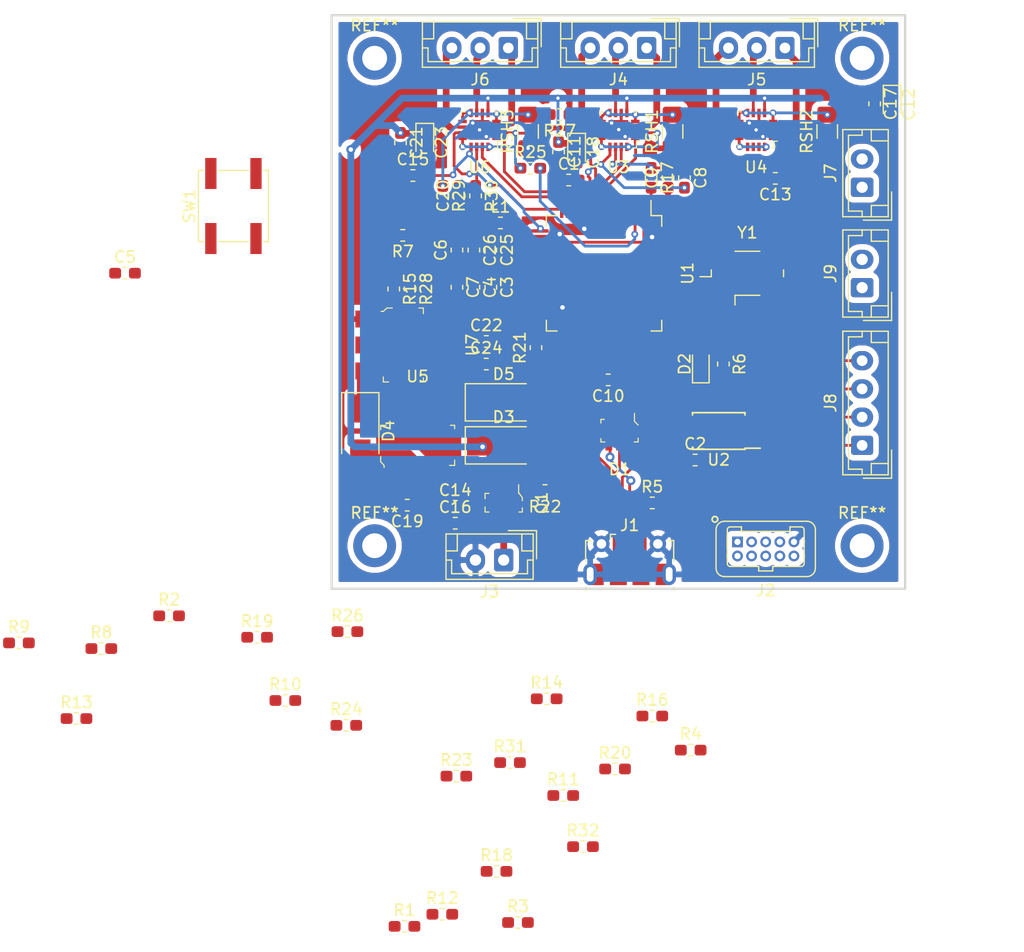
<source format=kicad_pcb>
(kicad_pcb (version 20171130) (host pcbnew "(5.1.0)-1")
  (layers (0 F.Cu signal) (31 B.Cu signal) (34 B.Paste user) (35 F.Paste user) (36 B.SilkS user) (37 F.SilkS user) (38 B.Mask user) (39 F.Mask user) (44 Edge.Cuts user))
  (net 0 "")
  (net 1 GND)
  (net 2 "Net-(C1-Pad2)")
  (net 3 +3V3)
  (net 4 nRST)
  (net 5 PC3)
  (net 6 "Net-(C9-Pad2)")
  (net 7 PC9)
  (net 8 +BATT)
  (net 9 "Net-(C13-Pad2)")
  (net 10 PA3)
  (net 11 +5V)
  (net 12 "Net-(C20-Pad2)")
  (net 13 "Net-(C22-Pad1)")
  (net 14 PC4)
  (net 15 PC5)
  (net 16 /DP)
  (net 17 +5VD)
  (net 18 /DM)
  (net 19 "Net-(D2-Pad2)")
  (net 20 "Net-(D3-Pad2)")
  (net 21 "Net-(J1-Pad4)")
  (net 22 "Net-(J2-Pad3)")
  (net 23 "Net-(J2-Pad5)")
  (net 24 "Net-(J2-Pad7)")
  (net 25 PA13)
  (net 26 PA14)
  (net 27 "Net-(J3-Pad1)")
  (net 28 PB6)
  (net 29 PB7)
  (net 30 PA4)
  (net 31 PA5)
  (net 32 PA6)
  (net 33 PA7)
  (net 34 PB4)
  (net 35 PB3)
  (net 36 "Net-(R1-Pad1)")
  (net 37 PA12)
  (net 38 PA11)
  (net 39 PA8)
  (net 40 "Net-(R7-Pad2)")
  (net 41 PA10)
  (net 42 PA9)
  (net 43 "Net-(R11-Pad1)")
  (net 44 PC13)
  (net 45 "Net-(R12-Pad1)")
  (net 46 PB0)
  (net 47 "Net-(R16-Pad1)")
  (net 48 PC15)
  (net 49 "Net-(R18-Pad1)")
  (net 50 PB14)
  (net 51 "Net-(R23-Pad1)")
  (net 52 "Net-(R25-Pad1)")
  (net 53 PC14)
  (net 54 PB11)
  (net 55 "Net-(R29-Pad1)")
  (net 56 "Net-(U1-Pad5)")
  (net 57 "Net-(U1-Pad6)")
  (net 58 PC0)
  (net 59 PC1)
  (net 60 PC2)
  (net 61 PA0)
  (net 62 PA1)
  (net 63 PA2)
  (net 64 PB1)
  (net 65 PB2)
  (net 66 PB10)
  (net 67 PB12)
  (net 68 PB13)
  (net 69 PB15)
  (net 70 PC6)
  (net 71 PC7)
  (net 72 PC8)
  (net 73 PA15)
  (net 74 PC10)
  (net 75 PC11)
  (net 76 PC12)
  (net 77 PD2)
  (net 78 PB5)
  (net 79 PB8)
  (net 80 PB9)
  (net 81 /OUTW_1)
  (net 82 /OUTV_1)
  (net 83 /OUTU_1)
  (net 84 /OUTU_2)
  (net 85 /OUTV_2)
  (net 86 /OUTW_2)
  (net 87 /OUTU_3)
  (net 88 /OUTV_3)
  (net 89 /OUTW_3)
  (module digikey-footprints:VFQFN-16-1EP_3x3mm (layer F.Cu) (at 151.9 48.26 180)
    (fp_text reference U4 (at 0 -3.3 180) (layer F.SilkS))
    (fp_text value STSPIN233)
    (pad 17 smd rect (at 0 0 180) (size 1.75 1.75) (layers F.Cu F.Paste F.Mask) (net 1 GND))
    (pad 16 smd rect (at -0.75 -1.5 180) (size 0.3 0.75) (layers F.Cu F.Paste F.Mask) (net 49 "Net-(R18-Pad1)"))
    (pad 15 smd rect (at -0.25 -1.5 180) (size 0.3 0.75) (layers F.Cu F.Paste F.Mask) (net 71 PC7))
    (pad 14 smd rect (at 0.25 -1.5 180) (size 0.3 0.75) (layers F.Cu F.Paste F.Mask) (net 9 "Net-(C13-Pad2)"))
    (pad 13 smd rect (at 0.75 -1.5 180) (size 0.3 0.75) (layers F.Cu F.Paste F.Mask) (net 7 PC9))
    (pad 12 smd rect (at 1.5 -0.75 180) (size 0.75 0.3) (layers F.Cu F.Paste F.Mask) (net 49 "Net-(R18-Pad1)"))
    (pad 11 smd rect (at 1.5 -0.25 180) (size 0.75 0.3) (layers F.Cu F.Paste F.Mask) (net 72 PC8))
    (pad 10 smd rect (at 1.5 0.25 180) (size 0.75 0.3) (layers F.Cu F.Paste F.Mask) (net 86 /OUTW_2))
    (pad 9 smd rect (at 1.5 0.75 180) (size 0.75 0.3) (layers F.Cu F.Paste F.Mask) (net 51 "Net-(R23-Pad1)"))
    (pad 8 smd rect (at 0.75 1.5 180) (size 0.3 0.75) (layers F.Cu F.Paste F.Mask) (net 51 "Net-(R23-Pad1)"))
    (pad 7 smd rect (at 0.25 1.5 180) (size 0.3 0.75) (layers F.Cu F.Paste F.Mask) (net 85 /OUTV_2))
    (pad 6 smd rect (at -0.25 1.5 180) (size 0.3 0.75) (layers F.Cu F.Paste F.Mask) (net 1 GND))
    (pad 4 smd rect (at -1.5 0.75 180) (size 0.75 0.3) (layers F.Cu F.Paste F.Mask) (net 51 "Net-(R23-Pad1)"))
    (pad 3 smd rect (at -1.5 0.25 180) (size 0.75 0.3) (layers F.Cu F.Paste F.Mask) (net 84 /OUTU_2))
    (pad 2 smd rect (at -1.5 -0.25 180) (size 0.75 0.3) (layers F.Cu F.Paste F.Mask) (net 49 "Net-(R18-Pad1)"))
    (pad 1 smd rect (at -1.5 -0.75 180) (size 0.75 0.3) (layers F.Cu F.Paste F.Mask) (net 70 PC6))
    (pad 5 smd rect (at -0.75 1.5 180) (size 0.3 0.75) (layers F.Cu F.Paste F.Mask) (net 8 +BATT))
  )
  (module Capacitor_SMD:C_0603_1608Metric_Pad1.05x0.95mm_HandSolder (layer F.Cu) (at 121 81.5 180)
    (fp_text reference C19 (at 0 -1.43 180) (layer F.SilkS))
    (fp_text value 1u)
    (pad 2 smd roundrect (at 0.875 0 180) (size 1.05 0.95) (layers F.Cu F.Paste F.Mask) (net 1 GND))
    (pad 1 smd roundrect (at -0.875 0 180) (size 1.05 0.95) (layers F.Cu F.Paste F.Mask) (net 11 +5V))
  )
  (module digikey-footprints:SOT-223 (layer F.Cu) (at 120.65 67.31 270)
    (fp_text reference U7 (at 0 -6.1 270) (layer F.SilkS))
    (fp_text value TLV1117-33)
    (pad 3 smd rect (at 2.3 3.15 270) (size 1.5 2.2) (layers F.Cu F.Paste F.Mask) (net 13 "Net-(C22-Pad1)"))
    (pad 2 smd rect (at 0 3.15 270) (size 1.5 2.2) (layers F.Cu F.Paste F.Mask) (net 3 +3V3))
    (pad 1 smd rect (at -2.3 3.15 270) (size 1.5 2.2) (layers F.Cu F.Paste F.Mask) (net 1 GND))
    (pad 4 smd rect (at 0 -3.15 270) (size 3.8 2.2) (layers F.Cu F.Paste F.Mask))
  )
  (module MountingHole:MountingHole_2.2mm_M2_DIN965_Pad (layer F.Cu) (at 118.11 85.09)
    (fp_text reference REF** (at 0 -2.9) (layer F.SilkS))
    (fp_text value MountingHole_2.2mm_M2_DIN965_Pad)
    (pad 1 thru_hole circle (at 0 0) (size 3.8 3.8) (drill 2.2) (layers *.Cu *.Mask))
  )
  (module MountingHole:MountingHole_2.2mm_M2_DIN965_Pad (layer F.Cu) (at 161.29 85.09)
    (fp_text reference REF** (at 0 -2.9) (layer F.SilkS))
    (fp_text value MountingHole_2.2mm_M2_DIN965_Pad)
    (pad 1 thru_hole circle (at 0 0) (size 3.8 3.8) (drill 2.2) (layers *.Cu *.Mask))
  )
  (module MountingHole:MountingHole_2.2mm_M2_DIN965_Pad (layer F.Cu) (at 161.29 41.91)
    (fp_text reference REF** (at 0 -2.9) (layer F.SilkS))
    (fp_text value MountingHole_2.2mm_M2_DIN965_Pad)
    (pad 1 thru_hole circle (at 0 0) (size 3.8 3.8) (drill 2.2) (layers *.Cu *.Mask))
  )
  (module MountingHole:MountingHole_2.2mm_M2_DIN965_Pad (layer F.Cu) (at 118.11 41.91)
    (fp_text reference REF** (at 0 -2.9) (layer F.SilkS))
    (fp_text value MountingHole_2.2mm_M2_DIN965_Pad)
    (pad 1 thru_hole circle (at 0 0) (size 3.8 3.8) (drill 2.2) (layers *.Cu *.Mask))
  )
  (module digikey-footprints:SOT-223 (layer F.Cu) (at 121.92 76.2)
    (fp_text reference U5 (at 0 -6.1) (layer F.SilkS))
    (fp_text value TLV1117-50)
    (pad 4 smd rect (at 0 -3.15) (size 3.8 2.2) (layers F.Cu F.Paste F.Mask))
    (pad 1 smd rect (at -2.3 3.15) (size 1.5 2.2) (layers F.Cu F.Paste F.Mask) (net 1 GND))
    (pad 2 smd rect (at 0 3.15) (size 1.5 2.2) (layers F.Cu F.Paste F.Mask) (net 11 +5V))
    (pad 3 smd rect (at 2.3 3.15) (size 1.5 2.2) (layers F.Cu F.Paste F.Mask) (net 8 +BATT))
  )
  (module Capacitor_SMD:C_0603_1608Metric_Pad1.05x0.95mm_HandSolder (layer F.Cu) (at 135.3 52.7)
    (fp_text reference C1 (at 0 -1.43) (layer F.SilkS))
    (fp_text value 100n)
    (pad 1 smd roundrect (at -0.875 0) (size 1.05 0.95) (layers F.Cu F.Paste F.Mask) (net 1 GND))
    (pad 2 smd roundrect (at 0.875 0) (size 1.05 0.95) (layers F.Cu F.Paste F.Mask) (net 2 "Net-(C1-Pad2)"))
  )
  (module Capacitor_SMD:C_0603_1608Metric_Pad1.05x0.95mm_HandSolder (layer F.Cu) (at 146.5 77.5)
    (fp_text reference C2 (at 0 -1.43) (layer F.SilkS))
    (fp_text value 100n)
    (pad 2 smd roundrect (at 0.875 0) (size 1.05 0.95) (layers F.Cu F.Paste F.Mask) (net 1 GND))
    (pad 1 smd roundrect (at -0.875 0) (size 1.05 0.95) (layers F.Cu F.Paste F.Mask) (net 3 +3V3))
  )
  (module Capacitor_SMD:C_0603_1608Metric_Pad1.05x0.95mm_HandSolder (layer F.Cu) (at 128.4 62.2 270)
    (fp_text reference C3 (at 0 -1.43 270) (layer F.SilkS))
    (fp_text value 100n)
    (pad 1 smd roundrect (at -0.875 0 270) (size 1.05 0.95) (layers F.Cu F.Paste F.Mask) (net 1 GND))
    (pad 2 smd roundrect (at 0.875 0 270) (size 1.05 0.95) (layers F.Cu F.Paste F.Mask) (net 3 +3V3))
  )
  (module Capacitor_SMD:C_0603_1608Metric_Pad1.05x0.95mm_HandSolder (layer F.Cu) (at 126.9 62.2 270)
    (fp_text reference C4 (at 0 -1.43 270) (layer F.SilkS))
    (fp_text value 100n)
    (pad 2 smd roundrect (at 0.875 0 270) (size 1.05 0.95) (layers F.Cu F.Paste F.Mask) (net 3 +3V3))
    (pad 1 smd roundrect (at -0.875 0 270) (size 1.05 0.95) (layers F.Cu F.Paste F.Mask) (net 1 GND))
  )
  (module Capacitor_SMD:C_0603_1608Metric_Pad1.05x0.95mm_HandSolder (layer F.Cu) (at 96 60.95)
    (fp_text reference C5 (at 0 -1.43) (layer F.SilkS))
    (fp_text value 100n)
    (pad 2 smd roundrect (at 0.875 0) (size 1.05 0.95) (layers F.Cu F.Paste F.Mask) (net 4 nRST))
    (pad 1 smd roundrect (at -0.875 0) (size 1.05 0.95) (layers F.Cu F.Paste F.Mask) (net 1 GND))
  )
  (module Capacitor_SMD:C_0603_1608Metric_Pad1.05x0.95mm_HandSolder (layer F.Cu) (at 125.4 58.9 90)
    (fp_text reference C6 (at 0 -1.43 90) (layer F.SilkS))
    (fp_text value 100n)
    (pad 1 smd roundrect (at -0.875 0 90) (size 1.05 0.95) (layers F.Cu F.Paste F.Mask) (net 1 GND))
    (pad 2 smd roundrect (at 0.875 0 90) (size 1.05 0.95) (layers F.Cu F.Paste F.Mask) (net 3 +3V3))
  )
  (module Capacitor_SMD:C_0603_1608Metric_Pad1.05x0.95mm_HandSolder (layer F.Cu) (at 125.4 62.2 270)
    (fp_text reference C7 (at 0 -1.43 270) (layer F.SilkS))
    (fp_text value 100n)
    (pad 2 smd roundrect (at 0.875 0 270) (size 1.05 0.95) (layers F.Cu F.Paste F.Mask) (net 3 +3V3))
    (pad 1 smd roundrect (at -0.875 0 270) (size 1.05 0.95) (layers F.Cu F.Paste F.Mask) (net 1 GND))
  )
  (module Capacitor_SMD:C_0603_1608Metric_Pad1.05x0.95mm_HandSolder (layer F.Cu) (at 145.55 52.5 270)
    (fp_text reference C8 (at 0 -1.43 270) (layer F.SilkS))
    (fp_text value 10n)
    (pad 1 smd roundrect (at -0.875 0 270) (size 1.05 0.95) (layers F.Cu F.Paste F.Mask) (net 1 GND))
    (pad 2 smd roundrect (at 0.875 0 270) (size 1.05 0.95) (layers F.Cu F.Paste F.Mask) (net 5 PC3))
  )
  (module Capacitor_SMD:C_0603_1608Metric_Pad1.05x0.95mm_HandSolder (layer F.Cu) (at 144.1 52.5 90)
    (fp_text reference C9 (at 0 -1.43 90) (layer F.SilkS))
    (fp_text value 10n)
    (pad 2 smd roundrect (at 0.875 0 90) (size 1.05 0.95) (layers F.Cu F.Paste F.Mask) (net 6 "Net-(C9-Pad2)"))
    (pad 1 smd roundrect (at -0.875 0 90) (size 1.05 0.95) (layers F.Cu F.Paste F.Mask) (net 1 GND))
  )
  (module Capacitor_SMD:C_0603_1608Metric_Pad1.05x0.95mm_HandSolder (layer F.Cu) (at 138.8 70.4 180)
    (fp_text reference C10 (at 0 -1.43 180) (layer F.SilkS))
    (fp_text value 10n)
    (pad 1 smd roundrect (at -0.875 0 180) (size 1.05 0.95) (layers F.Cu F.Paste F.Mask) (net 1 GND))
    (pad 2 smd roundrect (at 0.875 0 180) (size 1.05 0.95) (layers F.Cu F.Paste F.Mask) (net 7 PC9))
  )
  (module Capacitor_SMD:C_0603_1608Metric_Pad1.05x0.95mm_HandSolder (layer F.Cu) (at 134.4 50.2 270)
    (fp_text reference C11 (at 0 -1.43 270) (layer F.SilkS))
    (fp_text value 10n)
    (pad 1 smd roundrect (at -0.875 0 270) (size 1.05 0.95) (layers F.Cu F.Paste F.Mask) (net 8 +BATT))
    (pad 2 smd roundrect (at 0.875 0 270) (size 1.05 0.95) (layers F.Cu F.Paste F.Mask) (net 1 GND))
  )
  (module Capacitor_Tantalum_SMD:CP_EIA-1608-08_AVX-J_Pad1.25x1.05mm_HandSolder (layer F.Cu) (at 163.95 46 270)
    (fp_text reference C12 (at 0 -1.48 270) (layer F.SilkS))
    (fp_text value "22uF 20V")
    (pad 2 smd roundrect (at 0.8 0 270) (size 1.25 1.05) (layers F.Cu F.Paste F.Mask) (roundrect_rratio 0.238095) (net 1 GND))
    (pad 1 smd roundrect (at -0.8 0 270) (size 1.25 1.05) (layers F.Cu F.Paste F.Mask) (roundrect_rratio 0.238095) (net 8 +BATT))
  )
  (module Capacitor_SMD:C_0603_1608Metric_Pad1.05x0.95mm_HandSolder (layer F.Cu) (at 153.6 52.55 180)
    (fp_text reference C13 (at 0 -1.43 180) (layer F.SilkS))
    (fp_text value 10n)
    (pad 2 smd roundrect (at 0.875 0 180) (size 1.05 0.95) (layers F.Cu F.Paste F.Mask) (net 9 "Net-(C13-Pad2)"))
    (pad 1 smd roundrect (at -0.875 0 180) (size 1.05 0.95) (layers F.Cu F.Paste F.Mask) (net 1 GND))
  )
  (module Capacitor_SMD:C_0603_1608Metric_Pad1.05x0.95mm_HandSolder (layer F.Cu) (at 125.25 81.6)
    (fp_text reference C14 (at 0 -1.43) (layer F.SilkS))
    (fp_text value 1u)
    (pad 1 smd roundrect (at -0.875 0) (size 1.05 0.95) (layers F.Cu F.Paste F.Mask) (net 8 +BATT))
    (pad 2 smd roundrect (at 0.875 0) (size 1.05 0.95) (layers F.Cu F.Paste F.Mask) (net 1 GND))
  )
  (module Capacitor_SMD:C_0603_1608Metric_Pad1.05x0.95mm_HandSolder (layer F.Cu) (at 121.5 52.3)
    (fp_text reference C15 (at 0 -1.43) (layer F.SilkS))
    (fp_text value 10n)
    (pad 2 smd roundrect (at 0.875 0) (size 1.05 0.95) (layers F.Cu F.Paste F.Mask) (net 10 PA3))
    (pad 1 smd roundrect (at -0.875 0) (size 1.05 0.95) (layers F.Cu F.Paste F.Mask) (net 1 GND))
  )
  (module Capacitor_SMD:C_0603_1608Metric_Pad1.05x0.95mm_HandSolder (layer F.Cu) (at 125.25 83.1)
    (fp_text reference C16 (at 0 -1.43) (layer F.SilkS))
    (fp_text value 100n)
    (pad 1 smd roundrect (at -0.875 0) (size 1.05 0.95) (layers F.Cu F.Paste F.Mask) (net 8 +BATT))
    (pad 2 smd roundrect (at 0.875 0) (size 1.05 0.95) (layers F.Cu F.Paste F.Mask) (net 1 GND))
  )
  (module Capacitor_SMD:C_0603_1608Metric_Pad1.05x0.95mm_HandSolder (layer F.Cu) (at 162.4 45.95 270)
    (fp_text reference C17 (at 0 -1.43 270) (layer F.SilkS))
    (fp_text value 10n)
    (pad 2 smd roundrect (at 0.875 0 270) (size 1.05 0.95) (layers F.Cu F.Paste F.Mask) (net 1 GND))
    (pad 1 smd roundrect (at -0.875 0 270) (size 1.05 0.95) (layers F.Cu F.Paste F.Mask) (net 8 +BATT))
  )
  (module Capacitor_Tantalum_SMD:CP_EIA-1608-08_AVX-J_Pad1.25x1.05mm_HandSolder (layer F.Cu) (at 136 50.25 270)
    (fp_text reference C18 (at 0 -1.48 270) (layer F.SilkS))
    (fp_text value "22uF 20V")
    (pad 1 smd roundrect (at -0.8 0 270) (size 1.25 1.05) (layers F.Cu F.Paste F.Mask) (roundrect_rratio 0.238095) (net 8 +BATT))
    (pad 2 smd roundrect (at 0.8 0 270) (size 1.25 1.05) (layers F.Cu F.Paste F.Mask) (roundrect_rratio 0.238095) (net 1 GND))
  )
  (module Capacitor_SMD:C_0603_1608Metric_Pad1.05x0.95mm_HandSolder (layer F.Cu) (at 125.6 54.1 90)
    (fp_text reference C20 (at 0 -1.43 90) (layer F.SilkS))
    (fp_text value 10n)
    (pad 1 smd roundrect (at -0.875 0 90) (size 1.05 0.95) (layers F.Cu F.Paste F.Mask) (net 1 GND))
    (pad 2 smd roundrect (at 0.875 0 90) (size 1.05 0.95) (layers F.Cu F.Paste F.Mask) (net 12 "Net-(C20-Pad2)"))
  )
  (module Capacitor_SMD:C_0603_1608Metric_Pad1.05x0.95mm_HandSolder (layer F.Cu) (at 120.4 49.4 270)
    (fp_text reference C21 (at 0 -1.43 270) (layer F.SilkS))
    (fp_text value 10n)
    (pad 2 smd roundrect (at 0.875 0 270) (size 1.05 0.95) (layers F.Cu F.Paste F.Mask) (net 1 GND))
    (pad 1 smd roundrect (at -0.875 0 270) (size 1.05 0.95) (layers F.Cu F.Paste F.Mask) (net 8 +BATT))
  )
  (module Capacitor_SMD:C_0603_1608Metric_Pad1.05x0.95mm_HandSolder (layer F.Cu) (at 128 67)
    (fp_text reference C22 (at 0 -1.43) (layer F.SilkS))
    (fp_text value 1u)
    (pad 1 smd roundrect (at -0.875 0) (size 1.05 0.95) (layers F.Cu F.Paste F.Mask) (net 13 "Net-(C22-Pad1)"))
    (pad 2 smd roundrect (at 0.875 0) (size 1.05 0.95) (layers F.Cu F.Paste F.Mask) (net 1 GND))
  )
  (module Capacitor_Tantalum_SMD:CP_EIA-1608-08_AVX-J_Pad1.25x1.05mm_HandSolder (layer F.Cu) (at 122.555 49.365 270)
    (fp_text reference C23 (at 0 -1.48 270) (layer F.SilkS))
    (fp_text value "22uF 20V")
    (pad 1 smd roundrect (at -0.8 0 270) (size 1.25 1.05) (layers F.Cu F.Paste F.Mask) (roundrect_rratio 0.238095) (net 8 +BATT))
    (pad 2 smd roundrect (at 0.8 0 270) (size 1.25 1.05) (layers F.Cu F.Paste F.Mask) (roundrect_rratio 0.238095) (net 1 GND))
  )
  (module Capacitor_SMD:C_0603_1608Metric_Pad1.05x0.95mm_HandSolder (layer F.Cu) (at 128 69)
    (fp_text reference C24 (at 0 -1.43) (layer F.SilkS))
    (fp_text value 100n)
    (pad 1 smd roundrect (at -0.875 0) (size 1.05 0.95) (layers F.Cu F.Paste F.Mask) (net 13 "Net-(C22-Pad1)"))
    (pad 2 smd roundrect (at 0.875 0) (size 1.05 0.95) (layers F.Cu F.Paste F.Mask) (net 1 GND))
  )
  (module Capacitor_SMD:C_0603_1608Metric_Pad1.05x0.95mm_HandSolder (layer F.Cu) (at 128.4 58.9 270)
    (fp_text reference C25 (at 0 -1.43 270) (layer F.SilkS))
    (fp_text value 100n)
    (pad 2 smd roundrect (at 0.875 0 270) (size 1.05 0.95) (layers F.Cu F.Paste F.Mask) (net 1 GND))
    (pad 1 smd roundrect (at -0.875 0 270) (size 1.05 0.95) (layers F.Cu F.Paste F.Mask) (net 3 +3V3))
  )
  (module Capacitor_SMD:C_0603_1608Metric_Pad1.05x0.95mm_HandSolder (layer F.Cu) (at 126.9 58.9 270)
    (fp_text reference C26 (at 0 -1.43 270) (layer F.SilkS))
    (fp_text value 1u)
    (pad 1 smd roundrect (at -0.875 0 270) (size 1.05 0.95) (layers F.Cu F.Paste F.Mask) (net 3 +3V3))
    (pad 2 smd roundrect (at 0.875 0 270) (size 1.05 0.95) (layers F.Cu F.Paste F.Mask) (net 1 GND))
  )
  (module digikey-footprints:SOT23-6L (layer F.Cu) (at 139.8 74.9 180)
    (fp_text reference D1 (at -0.025 -3.425 180) (layer F.SilkS))
    (fp_text value USBLC6-4SC6)
    (pad 1 smd rect (at -0.95 1.15 180) (size 0.6 1.2) (layers F.Cu F.Paste F.Mask) (net 14 PC4))
    (pad 2 smd rect (at 0 1.15 180) (size 0.6 1.2) (layers F.Cu F.Paste F.Mask) (net 1 GND))
    (pad 3 smd rect (at 0.95 1.15 180) (size 0.6 1.2) (layers F.Cu F.Paste F.Mask) (net 15 PC5))
    (pad 4 smd rect (at 0.95 -1.15 180) (size 0.6 1.2) (layers F.Cu F.Paste F.Mask) (net 16 /DP))
    (pad 5 smd rect (at 0 -1.15 180) (size 0.6 1.2) (layers F.Cu F.Paste F.Mask) (net 17 +5VD))
    (pad 6 smd rect (at -0.95 -1.15 180) (size 0.6 1.2) (layers F.Cu F.Paste F.Mask) (net 18 /DM))
  )
  (module LED_SMD:LED_0603_1608Metric_Pad1.05x0.95mm_HandSolder (layer F.Cu) (at 147 69 90)
    (fp_text reference D2 (at 0 -1.43 90) (layer F.SilkS))
    (fp_text value LED)
    (pad 1 smd roundrect (at -0.875 0 90) (size 1.05 0.95) (layers F.Cu F.Paste F.Mask) (net 1 GND))
    (pad 2 smd roundrect (at 0.875 0 90) (size 1.05 0.95) (layers F.Cu F.Paste F.Mask) (net 19 "Net-(D2-Pad2)"))
  )
  (module Diode_SMD:D_SMA (layer F.Cu) (at 129.54 76.2)
    (fp_text reference D3 (at 0 -2.5) (layer F.SilkS))
    (fp_text value SMAJ8.5CALFCT-ND)
    (pad 1 smd rect (at -2 0) (size 2.5 1.8) (layers F.Cu F.Paste F.Mask) (net 8 +BATT))
    (pad 2 smd rect (at 2 0) (size 2.5 1.8) (layers F.Cu F.Paste F.Mask) (net 20 "Net-(D3-Pad2)"))
  )
  (module Diode_SMD:D_SMA (layer F.Cu) (at 116.84 74.93 270)
    (fp_text reference D4 (at 0 -2.5 270) (layer F.SilkS))
    (fp_text value STPS2L30)
    (pad 1 smd rect (at -2 0 270) (size 2.5 1.8) (layers F.Cu F.Paste F.Mask) (net 13 "Net-(C22-Pad1)"))
    (pad 2 smd rect (at 2 0 270) (size 2.5 1.8) (layers F.Cu F.Paste F.Mask) (net 11 +5V))
  )
  (module Diode_SMD:D_SMA (layer F.Cu) (at 129.54 72.39)
    (fp_text reference D5 (at 0 -2.5) (layer F.SilkS))
    (fp_text value STPS2L30)
    (pad 2 smd rect (at 2 0) (size 2.5 1.8) (layers F.Cu F.Paste F.Mask) (net 17 +5VD))
    (pad 1 smd rect (at -2 0) (size 2.5 1.8) (layers F.Cu F.Paste F.Mask) (net 13 "Net-(C22-Pad1)"))
  )
  (module Connector_USB:USB_Micro-B_Molex-105017-0001 (layer F.Cu) (at 140.7 86.3925)
    (fp_text reference J1 (at 0 -3.1125) (layer F.SilkS))
    (fp_text value USB_B_Micro)
    (pad 6 smd rect (at 1 1.2375) (size 1.5 1.9) (layers F.Cu F.Paste F.Mask) (net 1 GND))
    (pad 6 thru_hole circle (at -2.5 -1.4625) (size 1.45 1.45) (drill 0.85) (layers *.Cu *.Mask) (net 1 GND))
    (pad 2 smd rect (at -0.65 -1.4625) (size 0.4 1.35) (layers F.Cu F.Paste F.Mask) (net 18 /DM))
    (pad 1 smd rect (at -1.3 -1.4625) (size 0.4 1.35) (layers F.Cu F.Paste F.Mask) (net 17 +5VD))
    (pad 5 smd rect (at 1.3 -1.4625) (size 0.4 1.35) (layers F.Cu F.Paste F.Mask) (net 1 GND))
    (pad 4 smd rect (at 0.65 -1.4625) (size 0.4 1.35) (layers F.Cu F.Paste F.Mask) (net 21 "Net-(J1-Pad4)"))
    (pad 3 smd rect (at 0 -1.4625) (size 0.4 1.35) (layers F.Cu F.Paste F.Mask) (net 16 /DP))
    (pad 6 thru_hole circle (at 2.5 -1.4625) (size 1.45 1.45) (drill 0.85) (layers *.Cu *.Mask) (net 1 GND))
    (pad 6 smd rect (at -1 1.2375) (size 1.5 1.9) (layers F.Cu F.Paste F.Mask) (net 1 GND))
    (pad 6 thru_hole oval (at -3.5 1.2375 180) (size 1.2 1.9) (drill oval 0.6 1.3) (layers *.Cu *.Mask) (net 1 GND))
    (pad 6 thru_hole oval (at 3.5 1.2375) (size 1.2 1.9) (drill oval 0.6 1.3) (layers *.Cu *.Mask) (net 1 GND))
    (pad 6 smd rect (at 2.9 1.2375) (size 1.2 1.9) (layers F.Cu F.Mask) (net 1 GND))
    (pad 6 smd rect (at -2.9 1.2375) (size 1.2 1.9) (layers F.Cu F.Mask) (net 1 GND))
  )
  (module Connector_Harwin:Harwin_Gecko-G125-FVX1005L0X_2x05_P1.25mm_Vertical (layer F.Cu) (at 150.25 84.75)
    (fp_text reference J2 (at 2.5 4.3) (layer F.SilkS))
    (fp_text value Conn_02x05_Odd_Even)
    (pad 1 thru_hole rect (at 0 0) (size 0.95 0.95) (drill 0.55) (layers *.Cu *.Mask) (net 3 +3V3))
    (pad 3 thru_hole circle (at 1.25 0) (size 0.95 0.95) (drill 0.55) (layers *.Cu *.Mask) (net 22 "Net-(J2-Pad3)"))
    (pad 5 thru_hole circle (at 2.5 0) (size 0.95 0.95) (drill 0.55) (layers *.Cu *.Mask) (net 23 "Net-(J2-Pad5)"))
    (pad 7 thru_hole circle (at 3.75 0) (size 0.95 0.95) (drill 0.55) (layers *.Cu *.Mask) (net 24 "Net-(J2-Pad7)"))
    (pad 9 thru_hole circle (at 5 0) (size 0.95 0.95) (drill 0.55) (layers *.Cu *.Mask) (net 1 GND))
    (pad 2 thru_hole circle (at 0 1.25) (size 0.95 0.95) (drill 0.55) (layers *.Cu *.Mask) (net 25 PA13))
    (pad 4 thru_hole circle (at 1.25 1.25) (size 0.95 0.95) (drill 0.55) (layers *.Cu *.Mask) (net 26 PA14))
    (pad 6 thru_hole circle (at 2.5 1.25) (size 0.95 0.95) (drill 0.55) (layers *.Cu *.Mask) (net 15 PC5))
    (pad 8 thru_hole circle (at 3.75 1.25) (size 0.95 0.95) (drill 0.55) (layers *.Cu *.Mask) (net 14 PC4))
    (pad 10 thru_hole circle (at 5 1.25) (size 0.95 0.95) (drill 0.55) (layers *.Cu *.Mask) (net 4 nRST))
  )
  (module Connector_JST:JST_EH_B2B-EH-A_1x02_P2.50mm_Vertical (layer F.Cu) (at 129.54 86.36 180)
    (fp_text reference J3 (at 1.25 -2.8 180) (layer F.SilkS))
    (fp_text value Conn_01x02_Male)
    (pad 1 thru_hole roundrect (at 0 0 180) (size 1.7 2) (drill 1) (layers *.Cu *.Mask) (roundrect_rratio 0.147059) (net 27 "Net-(J3-Pad1)"))
    (pad 2 thru_hole oval (at 2.5 0 180) (size 1.7 2) (drill 1) (layers *.Cu *.Mask) (net 1 GND))
  )
  (module Connector_JST:JST_EH_B3B-EH-A_1x03_P2.50mm_Vertical (layer F.Cu) (at 142.2 41 180)
    (fp_text reference J4 (at 2.5 -2.8 180) (layer F.SilkS))
    (fp_text value Conn_01x03)
    (pad 3 thru_hole oval (at 5 0 180) (size 1.7 1.95) (drill 0.95) (layers *.Cu *.Mask) (net 81 /OUTW_1))
    (pad 2 thru_hole oval (at 2.5 0 180) (size 1.7 1.95) (drill 0.95) (layers *.Cu *.Mask) (net 82 /OUTV_1))
    (pad 1 thru_hole roundrect (at 0 0 180) (size 1.7 1.95) (drill 0.95) (layers *.Cu *.Mask) (roundrect_rratio 0.147059) (net 83 /OUTU_1))
  )
  (module Connector_JST:JST_EH_B3B-EH-A_1x03_P2.50mm_Vertical (layer F.Cu) (at 154.453 41 180)
    (fp_text reference J5 (at 2.5 -2.8 180) (layer F.SilkS))
    (fp_text value Conn_01x03)
    (pad 1 thru_hole roundrect (at 0 0 180) (size 1.7 1.95) (drill 0.95) (layers *.Cu *.Mask) (roundrect_rratio 0.147059) (net 84 /OUTU_2))
    (pad 2 thru_hole oval (at 2.5 0 180) (size 1.7 1.95) (drill 0.95) (layers *.Cu *.Mask) (net 85 /OUTV_2))
    (pad 3 thru_hole oval (at 5 0 180) (size 1.7 1.95) (drill 0.95) (layers *.Cu *.Mask) (net 86 /OUTW_2))
  )
  (module Connector_JST:JST_EH_B3B-EH-A_1x03_P2.50mm_Vertical (layer F.Cu) (at 129.95 41 180)
    (fp_text reference J6 (at 2.5 -2.8 180) (layer F.SilkS))
    (fp_text value Conn_01x03)
    (pad 1 thru_hole roundrect (at 0 0 180) (size 1.7 1.95) (drill 0.95) (layers *.Cu *.Mask) (roundrect_rratio 0.147059) (net 87 /OUTU_3))
    (pad 2 thru_hole oval (at 2.5 0 180) (size 1.7 1.95) (drill 0.95) (layers *.Cu *.Mask) (net 88 /OUTV_3))
    (pad 3 thru_hole oval (at 5 0 180) (size 1.7 1.95) (drill 0.95) (layers *.Cu *.Mask) (net 89 /OUTW_3))
  )
  (module Connector_JST:JST_EH_B2B-EH-A_1x02_P2.50mm_Vertical (layer F.Cu) (at 161.29 53.34 90)
    (fp_text reference J7 (at 1.25 -2.8 90) (layer F.SilkS))
    (fp_text value Conn_01x02_Male)
    (pad 1 thru_hole roundrect (at 0 0 90) (size 1.7 2) (drill 1) (layers *.Cu *.Mask) (roundrect_rratio 0.147059) (net 28 PB6))
    (pad 2 thru_hole oval (at 2.5 0 90) (size 1.7 2) (drill 1) (layers *.Cu *.Mask) (net 29 PB7))
  )
  (module Connector_JST:JST_EH_B4B-EH-A_1x04_P2.50mm_Vertical (layer F.Cu) (at 161.29 76.2 90)
    (fp_text reference J8 (at 3.75 -2.8 90) (layer F.SilkS))
    (fp_text value Conn_01x04_Male)
    (pad 1 thru_hole roundrect (at 0 0 90) (size 1.7 1.95) (drill 0.95) (layers *.Cu *.Mask) (roundrect_rratio 0.147059) (net 30 PA4))
    (pad 2 thru_hole oval (at 2.5 0 90) (size 1.7 1.95) (drill 0.95) (layers *.Cu *.Mask) (net 31 PA5))
    (pad 3 thru_hole oval (at 5 0 90) (size 1.7 1.95) (drill 0.95) (layers *.Cu *.Mask) (net 32 PA6))
    (pad 4 thru_hole oval (at 7.5 0 90) (size 1.7 1.95) (drill 0.95) (layers *.Cu *.Mask) (net 33 PA7))
  )
  (module Connector_JST:JST_EH_B2B-EH-A_1x02_P2.50mm_Vertical (layer F.Cu) (at 161.29 62.23 90)
    (fp_text reference J9 (at 1.25 -2.8 90) (layer F.SilkS))
    (fp_text value Conn_01x02_Male)
    (pad 2 thru_hole oval (at 2.5 0 90) (size 1.7 2) (drill 1) (layers *.Cu *.Mask) (net 34 PB4))
    (pad 1 thru_hole roundrect (at 0 0 90) (size 1.7 2) (drill 1) (layers *.Cu *.Mask) (roundrect_rratio 0.147059) (net 35 PB3))
  )
  (module Inductor_SMD:L_0603_1608Metric_Pad1.05x0.95mm_HandSolder (layer F.Cu) (at 129.25 56.5)
    (fp_text reference L1 (at 0 -1.43) (layer F.SilkS))
    (fp_text value BK1608HS601-T)
    (pad 1 smd roundrect (at -0.875 0) (size 1.05 0.95) (layers F.Cu F.Paste F.Mask) (net 3 +3V3))
    (pad 2 smd roundrect (at 0.875 0) (size 1.05 0.95) (layers F.Cu F.Paste F.Mask) (net 2 "Net-(C1-Pad2)"))
  )
  (module digikey-footprints:SOT-23-3 (layer F.Cu) (at 129.54 81.28 270)
    (fp_text reference Q1 (at 0.025 -3.375 270) (layer F.SilkS))
    (fp_text value IRLML6401TRPBF)
    (pad 3 smd rect (at 1.05 0 270) (size 1.3 0.6) (layers F.Cu F.Paste F.Mask) (net 27 "Net-(J3-Pad1)"))
    (pad 2 smd rect (at -1.05 0.95 270) (size 1.3 0.6) (layers F.Cu F.Paste F.Mask) (net 8 +BATT))
    (pad 1 smd rect (at -1.05 -0.95 270) (size 1.3 0.6) (layers F.Cu F.Paste F.Mask) (net 20 "Net-(D3-Pad2)"))
  )
  (module Resistor_SMD:R_0603_1608Metric_Pad1.05x0.95mm_HandSolder (layer F.Cu) (at 120.755001 118.805001)
    (fp_text reference R1 (at 0 -1.43) (layer F.SilkS))
    (fp_text value 100k)
    (pad 2 smd roundrect (at 0.875 0) (size 1.05 0.95) (layers F.Cu F.Paste F.Mask) (net 1 GND))
    (pad 1 smd roundrect (at -0.875 0) (size 1.05 0.95) (layers F.Cu F.Paste F.Mask) (net 36 "Net-(R1-Pad1)"))
  )
  (module Resistor_SMD:R_0603_1608Metric_Pad1.05x0.95mm_HandSolder (layer F.Cu) (at 99.9 91.3)
    (fp_text reference R2 (at 0 -1.43) (layer F.SilkS))
    (fp_text value 1k5)
    (pad 1 smd roundrect (at -0.875 0) (size 1.05 0.95) (layers F.Cu F.Paste F.Mask) (net 16 /DP))
    (pad 2 smd roundrect (at 0.875 0) (size 1.05 0.95) (layers F.Cu F.Paste F.Mask) (net 3 +3V3))
  )
  (module Resistor_SMD:R_0603_1608Metric_Pad1.05x0.95mm_HandSolder (layer F.Cu) (at 130.805001 118.465001)
    (fp_text reference R3 (at 0 -1.43) (layer F.SilkS))
    (fp_text value 22)
    (pad 1 smd roundrect (at -0.875 0) (size 1.05 0.95) (layers F.Cu F.Paste F.Mask) (net 16 /DP))
    (pad 2 smd roundrect (at 0.875 0) (size 1.05 0.95) (layers F.Cu F.Paste F.Mask) (net 37 PA12))
  )
  (module Resistor_SMD:R_0603_1608Metric_Pad1.05x0.95mm_HandSolder (layer F.Cu) (at 146.105001 103.195001)
    (fp_text reference R4 (at 0 -1.43) (layer F.SilkS))
    (fp_text value 22)
    (pad 2 smd roundrect (at 0.875 0) (size 1.05 0.95) (layers F.Cu F.Paste F.Mask) (net 38 PA11))
    (pad 1 smd roundrect (at -0.875 0) (size 1.05 0.95) (layers F.Cu F.Paste F.Mask) (net 18 /DM))
  )
  (module Resistor_SMD:R_0603_1608Metric_Pad1.05x0.95mm_HandSolder (layer F.Cu) (at 142.7 81.3)
    (fp_text reference R5 (at 0 -1.43) (layer F.SilkS))
    (fp_text value 100k)
    (pad 1 smd roundrect (at -0.875 0) (size 1.05 0.95) (layers F.Cu F.Paste F.Mask) (net 21 "Net-(J1-Pad4)"))
    (pad 2 smd roundrect (at 0.875 0) (size 1.05 0.95) (layers F.Cu F.Paste F.Mask) (net 1 GND))
  )
  (module Resistor_SMD:R_0603_1608Metric_Pad1.05x0.95mm_HandSolder (layer F.Cu) (at 149 69 270)
    (fp_text reference R6 (at 0 -1.43 270) (layer F.SilkS))
    (fp_text value 560)
    (pad 1 smd roundrect (at -0.875 0 270) (size 1.05 0.95) (layers F.Cu F.Paste F.Mask) (net 19 "Net-(D2-Pad2)"))
    (pad 2 smd roundrect (at 0.875 0 270) (size 1.05 0.95) (layers F.Cu F.Paste F.Mask) (net 39 PA8))
  )
  (module Resistor_SMD:R_0603_1608Metric_Pad1.05x0.95mm_HandSolder (layer F.Cu) (at 120.6 57.6 180)
    (fp_text reference R7 (at 0 -1.43 180) (layer F.SilkS))
    (fp_text value 22)
    (pad 1 smd roundrect (at -0.875 0 180) (size 1.05 0.95) (layers F.Cu F.Paste F.Mask) (net 4 nRST))
    (pad 2 smd roundrect (at 0.875 0 180) (size 1.05 0.95) (layers F.Cu F.Paste F.Mask) (net 40 "Net-(R7-Pad2)"))
  )
  (module Resistor_SMD:R_0603_1608Metric_Pad1.05x0.95mm_HandSolder (layer F.Cu) (at 93.9 94.2)
    (fp_text reference R8 (at 0 -1.43) (layer F.SilkS))
    (fp_text value 4k7)
    (pad 2 smd roundrect (at 0.875 0) (size 1.05 0.95) (layers F.Cu F.Paste F.Mask) (net 3 +3V3))
    (pad 1 smd roundrect (at -0.875 0) (size 1.05 0.95) (layers F.Cu F.Paste F.Mask) (net 4 nRST))
  )
  (module Resistor_SMD:R_0603_1608Metric_Pad1.05x0.95mm_HandSolder (layer F.Cu) (at 86.6 93.7)
    (fp_text reference R9 (at 0 -1.43) (layer F.SilkS))
    (fp_text value 4k7)
    (pad 2 smd roundrect (at 0.875 0) (size 1.05 0.95) (layers F.Cu F.Paste F.Mask) (net 41 PA10))
    (pad 1 smd roundrect (at -0.875 0) (size 1.05 0.95) (layers F.Cu F.Paste F.Mask) (net 3 +3V3))
  )
  (module Resistor_SMD:R_0603_1608Metric_Pad1.05x0.95mm_HandSolder (layer F.Cu) (at 110.2 98.8)
    (fp_text reference R10 (at 0 -1.43) (layer F.SilkS))
    (fp_text value 4k7)
    (pad 1 smd roundrect (at -0.875 0) (size 1.05 0.95) (layers F.Cu F.Paste F.Mask) (net 3 +3V3))
    (pad 2 smd roundrect (at 0.875 0) (size 1.05 0.95) (layers F.Cu F.Paste F.Mask) (net 42 PA9))
  )
  (module Resistor_SMD:R_0603_1608Metric_Pad1.05x0.95mm_HandSolder (layer F.Cu) (at 134.815001 107.215001)
    (fp_text reference R11 (at 0 -1.43) (layer F.SilkS))
    (fp_text value 10k)
    (pad 1 smd roundrect (at -0.875 0) (size 1.05 0.95) (layers F.Cu F.Paste F.Mask) (net 43 "Net-(R11-Pad1)"))
    (pad 2 smd roundrect (at 0.875 0) (size 1.05 0.95) (layers F.Cu F.Paste F.Mask) (net 1 GND))
  )
  (module Resistor_SMD:R_0603_1608Metric_Pad1.05x0.95mm_HandSolder (layer F.Cu) (at 124.105001 117.735001)
    (fp_text reference R12 (at 0 -1.43) (layer F.SilkS))
    (fp_text value 100)
    (pad 2 smd roundrect (at 0.875 0) (size 1.05 0.95) (layers F.Cu F.Paste F.Mask) (net 44 PC13))
    (pad 1 smd roundrect (at -0.875 0) (size 1.05 0.95) (layers F.Cu F.Paste F.Mask) (net 45 "Net-(R12-Pad1)"))
  )
  (module Resistor_SMD:R_0603_1608Metric_Pad1.05x0.95mm_HandSolder (layer F.Cu) (at 91.7 100.4)
    (fp_text reference R13 (at 0 -1.43) (layer F.SilkS))
    (fp_text value 18k)
    (pad 2 smd roundrect (at 0.875 0) (size 1.05 0.95) (layers F.Cu F.Paste F.Mask) (net 3 +3V3))
    (pad 1 smd roundrect (at -0.875 0) (size 1.05 0.95) (layers F.Cu F.Paste F.Mask) (net 5 PC3))
  )
  (module Resistor_SMD:R_0603_1608Metric_Pad1.05x0.95mm_HandSolder (layer F.Cu) (at 133.35 98.65)
    (fp_text reference R14 (at 0 -1.43) (layer F.SilkS))
    (fp_text value 10k)
    (pad 1 smd roundrect (at -0.875 0) (size 1.05 0.95) (layers F.Cu F.Paste F.Mask) (net 1 GND))
    (pad 2 smd roundrect (at 0.875 0) (size 1.05 0.95) (layers F.Cu F.Paste F.Mask) (net 45 "Net-(R12-Pad1)"))
  )
  (module Resistor_SMD:R_0603_1608Metric_Pad1.05x0.95mm_HandSolder (layer F.Cu) (at 119.8 62.35 270)
    (fp_text reference R15 (at 0 -1.43 270) (layer F.SilkS))
    (fp_text value 3k)
    (pad 2 smd roundrect (at 0.875 0 270) (size 1.05 0.95) (layers F.Cu F.Paste F.Mask) (net 3 +3V3))
    (pad 1 smd roundrect (at -0.875 0 270) (size 1.05 0.95) (layers F.Cu F.Paste F.Mask) (net 46 PB0))
  )
  (module Resistor_SMD:R_0603_1608Metric_Pad1.05x0.95mm_HandSolder (layer F.Cu) (at 142.705001 100.175001)
    (fp_text reference R16 (at 0 -1.43) (layer F.SilkS))
    (fp_text value 1k)
    (pad 2 smd roundrect (at 0.875 0) (size 1.05 0.95) (layers F.Cu F.Paste F.Mask) (net 46 PB0))
    (pad 1 smd roundrect (at -0.875 0) (size 1.05 0.95) (layers F.Cu F.Paste F.Mask) (net 47 "Net-(R16-Pad1)"))
  )
  (module Resistor_SMD:R_0603_1608Metric_Pad1.05x0.95mm_HandSolder (layer F.Cu) (at 142.6 52.5 270)
    (fp_text reference R17 (at 0 -1.43 270) (layer F.SilkS))
    (fp_text value 18k)
    (pad 1 smd roundrect (at -0.875 0 270) (size 1.05 0.95) (layers F.Cu F.Paste F.Mask) (net 6 "Net-(C9-Pad2)"))
    (pad 2 smd roundrect (at 0.875 0 270) (size 1.05 0.95) (layers F.Cu F.Paste F.Mask) (net 3 +3V3))
  )
  (module Resistor_SMD:R_0603_1608Metric_Pad1.05x0.95mm_HandSolder (layer F.Cu) (at 128.905001 113.935001)
    (fp_text reference R18 (at 0 -1.43) (layer F.SilkS))
    (fp_text value 100)
    (pad 2 smd roundrect (at 0.875 0) (size 1.05 0.95) (layers F.Cu F.Paste F.Mask) (net 48 PC15))
    (pad 1 smd roundrect (at -0.875 0) (size 1.05 0.95) (layers F.Cu F.Paste F.Mask) (net 49 "Net-(R18-Pad1)"))
  )
  (module Resistor_SMD:R_0603_1608Metric_Pad1.05x0.95mm_HandSolder (layer F.Cu) (at 107.7 93.2)
    (fp_text reference R19 (at 0 -1.43) (layer F.SilkS))
    (fp_text value 18k)
    (pad 2 smd roundrect (at 0.875 0) (size 1.05 0.95) (layers F.Cu F.Paste F.Mask) (net 3 +3V3))
    (pad 1 smd roundrect (at -0.875 0) (size 1.05 0.95) (layers F.Cu F.Paste F.Mask) (net 7 PC9))
  )
  (module Resistor_SMD:R_0603_1608Metric_Pad1.05x0.95mm_HandSolder (layer F.Cu) (at 139.405001 104.865001)
    (fp_text reference R20 (at 0 -1.43) (layer F.SilkS))
    (fp_text value 10k)
    (pad 1 smd roundrect (at -0.875 0) (size 1.05 0.95) (layers F.Cu F.Paste F.Mask) (net 1 GND))
    (pad 2 smd roundrect (at 0.875 0) (size 1.05 0.95) (layers F.Cu F.Paste F.Mask) (net 49 "Net-(R18-Pad1)"))
  )
  (module Resistor_SMD:R_0603_1608Metric_Pad1.05x0.95mm_HandSolder (layer F.Cu) (at 132.4 67.55 90)
    (fp_text reference R21 (at 0 -1.43 90) (layer F.SilkS))
    (fp_text value 3k)
    (pad 2 smd roundrect (at 0.875 0 90) (size 1.05 0.95) (layers F.Cu F.Paste F.Mask) (net 3 +3V3))
    (pad 1 smd roundrect (at -0.875 0 90) (size 1.05 0.95) (layers F.Cu F.Paste F.Mask) (net 50 PB14))
  )
  (module Resistor_SMD:R_0603_1608Metric_Pad1.05x0.95mm_HandSolder (layer F.Cu) (at 133.2 80.2 180)
    (fp_text reference R22 (at 0 -1.43 180) (layer F.SilkS))
    (fp_text value 2k2)
    (pad 2 smd roundrect (at 0.875 0 180) (size 1.05 0.95) (layers F.Cu F.Paste F.Mask) (net 20 "Net-(D3-Pad2)"))
    (pad 1 smd roundrect (at -0.875 0 180) (size 1.05 0.95) (layers F.Cu F.Paste F.Mask) (net 1 GND))
  )
  (module Resistor_SMD:R_0603_1608Metric_Pad1.05x0.95mm_HandSolder (layer F.Cu) (at 125.35 105.5)
    (fp_text reference R23 (at 0 -1.43) (layer F.SilkS))
    (fp_text value 1k)
    (pad 1 smd roundrect (at -0.875 0) (size 1.05 0.95) (layers F.Cu F.Paste F.Mask) (net 51 "Net-(R23-Pad1)"))
    (pad 2 smd roundrect (at 0.875 0) (size 1.05 0.95) (layers F.Cu F.Paste F.Mask) (net 50 PB14))
  )
  (module Resistor_SMD:R_0603_1608Metric_Pad1.05x0.95mm_HandSolder (layer F.Cu) (at 115.6 101)
    (fp_text reference R24 (at 0 -1.43) (layer F.SilkS))
    (fp_text value 18k)
    (pad 1 smd roundrect (at -0.875 0) (size 1.05 0.95) (layers F.Cu F.Paste F.Mask) (net 9 "Net-(C13-Pad2)"))
    (pad 2 smd roundrect (at 0.875 0) (size 1.05 0.95) (layers F.Cu F.Paste F.Mask) (net 3 +3V3))
  )
  (module Resistor_SMD:R_0603_1608Metric_Pad1.05x0.95mm_HandSolder (layer F.Cu) (at 131.9 51.65)
    (fp_text reference R25 (at 0 -1.43) (layer F.SilkS))
    (fp_text value 100)
    (pad 1 smd roundrect (at -0.875 0) (size 1.05 0.95) (layers F.Cu F.Paste F.Mask) (net 52 "Net-(R25-Pad1)"))
    (pad 2 smd roundrect (at 0.875 0) (size 1.05 0.95) (layers F.Cu F.Paste F.Mask) (net 53 PC14))
  )
  (module Resistor_SMD:R_0603_1608Metric_Pad1.05x0.95mm_HandSolder (layer F.Cu) (at 115.7 92.7)
    (fp_text reference R26 (at 0 -1.43) (layer F.SilkS))
    (fp_text value 18k)
    (pad 1 smd roundrect (at -0.875 0) (size 1.05 0.95) (layers F.Cu F.Paste F.Mask) (net 10 PA3))
    (pad 2 smd roundrect (at 0.875 0) (size 1.05 0.95) (layers F.Cu F.Paste F.Mask) (net 3 +3V3))
  )
  (module Resistor_SMD:R_0603_1608Metric_Pad1.05x0.95mm_HandSolder (layer F.Cu) (at 134.5 46.9 180)
    (fp_text reference R27 (at 0 -1.43 180) (layer F.SilkS))
    (fp_text value 10k)
    (pad 2 smd roundrect (at 0.875 0 180) (size 1.05 0.95) (layers F.Cu F.Paste F.Mask) (net 52 "Net-(R25-Pad1)"))
    (pad 1 smd roundrect (at -0.875 0 180) (size 1.05 0.95) (layers F.Cu F.Paste F.Mask) (net 1 GND))
  )
  (module Resistor_SMD:R_0603_1608Metric_Pad1.05x0.95mm_HandSolder (layer F.Cu) (at 121.25 62.35 270)
    (fp_text reference R28 (at 0 -1.43 270) (layer F.SilkS))
    (fp_text value 3k)
    (pad 2 smd roundrect (at 0.875 0 270) (size 1.05 0.95) (layers F.Cu F.Paste F.Mask) (net 3 +3V3))
    (pad 1 smd roundrect (at -0.875 0 270) (size 1.05 0.95) (layers F.Cu F.Paste F.Mask) (net 54 PB11))
  )
  (module Resistor_SMD:R_0603_1608Metric_Pad1.05x0.95mm_HandSolder (layer F.Cu) (at 124.15 54.1 270)
    (fp_text reference R29 (at 0 -1.43 270) (layer F.SilkS))
    (fp_text value 1k)
    (pad 1 smd roundrect (at -0.875 0 270) (size 1.05 0.95) (layers F.Cu F.Paste F.Mask) (net 55 "Net-(R29-Pad1)"))
    (pad 2 smd roundrect (at 0.875 0 270) (size 1.05 0.95) (layers F.Cu F.Paste F.Mask) (net 54 PB11))
  )
  (module Resistor_SMD:R_0603_1608Metric_Pad1.05x0.95mm_HandSolder (layer F.Cu) (at 127.05 54.1 270)
    (fp_text reference R30 (at 0 -1.43 270) (layer F.SilkS))
    (fp_text value 18k)
    (pad 2 smd roundrect (at 0.875 0 270) (size 1.05 0.95) (layers F.Cu F.Paste F.Mask) (net 3 +3V3))
    (pad 1 smd roundrect (at -0.875 0 270) (size 1.05 0.95) (layers F.Cu F.Paste F.Mask) (net 12 "Net-(C20-Pad2)"))
  )
  (module Resistor_SMD:R_0603_1608Metric_Pad1.05x0.95mm_HandSolder (layer F.Cu) (at 130.1 104.3)
    (fp_text reference R31 (at 0 -1.43) (layer F.SilkS))
    (fp_text value 47k)
    (pad 1 smd roundrect (at -0.875 0) (size 1.05 0.95) (layers F.Cu F.Paste F.Mask) (net 1 GND))
    (pad 2 smd roundrect (at 0.875 0) (size 1.05 0.95) (layers F.Cu F.Paste F.Mask) (net 14 PC4))
  )
  (module Resistor_SMD:R_0603_1608Metric_Pad1.05x0.95mm_HandSolder (layer F.Cu) (at 136.565001 111.745001)
    (fp_text reference R32 (at 0 -1.43) (layer F.SilkS))
    (fp_text value 47k)
    (pad 2 smd roundrect (at 0.875 0) (size 1.05 0.95) (layers F.Cu F.Paste F.Mask) (net 15 PC5))
    (pad 1 smd roundrect (at -0.875 0) (size 1.05 0.95) (layers F.Cu F.Paste F.Mask) (net 1 GND))
  )
  (module Resistor_SMD:R_1206_3216Metric_Pad1.42x1.75mm_HandSolder (layer F.Cu) (at 144.5 48.4 90)
    (fp_text reference RSH1 (at 0 -1.82 90) (layer F.SilkS))
    (fp_text value "1 0.5W")
    (pad 2 smd roundrect (at 1.4875 0 90) (size 1.425 1.75) (layers F.Cu F.Paste F.Mask) (roundrect_rratio 0.175439) (net 47 "Net-(R16-Pad1)"))
    (pad 1 smd roundrect (at -1.4875 0 90) (size 1.425 1.75) (layers F.Cu F.Paste F.Mask) (roundrect_rratio 0.175439) (net 1 GND))
  )
  (module Resistor_SMD:R_1206_3216Metric_Pad1.42x1.75mm_HandSolder (layer F.Cu) (at 158.2 48.4 90)
    (fp_text reference RSH2 (at 0 -1.82 90) (layer F.SilkS))
    (fp_text value "1 0.5W")
    (pad 2 smd roundrect (at 1.4875 0 90) (size 1.425 1.75) (layers F.Cu F.Paste F.Mask) (roundrect_rratio 0.175439) (net 51 "Net-(R23-Pad1)"))
    (pad 1 smd roundrect (at -1.4875 0 90) (size 1.425 1.75) (layers F.Cu F.Paste F.Mask) (roundrect_rratio 0.175439) (net 1 GND))
  )
  (module Resistor_SMD:R_1206_3216Metric_Pad1.42x1.75mm_HandSolder (layer F.Cu) (at 131.7 48.4 90)
    (fp_text reference RSH3 (at 0 -1.82 90) (layer F.SilkS))
    (fp_text value "1 0.5W")
    (pad 1 smd roundrect (at -1.4875 0 90) (size 1.425 1.75) (layers F.Cu F.Paste F.Mask) (roundrect_rratio 0.175439) (net 1 GND))
    (pad 2 smd roundrect (at 1.4875 0 90) (size 1.425 1.75) (layers F.Cu F.Paste F.Mask) (roundrect_rratio 0.175439) (net 55 "Net-(R29-Pad1)"))
  )
  (module Button_Switch_SMD:SW_SPST_EVPBF (layer F.Cu) (at 105.6 55 90)
    (fp_text reference SW1 (at 0 -3.9 90) (layer F.SilkS))
    (fp_text value SW_Push)
    (pad 1 smd rect (at 2.88 -2 90) (size 2.75 1) (layers F.Cu F.Paste F.Mask) (net 1 GND))
    (pad 1 smd rect (at -2.88 -2 90) (size 2.75 1) (layers F.Cu F.Paste F.Mask) (net 1 GND))
    (pad 2 smd rect (at -2.88 2 90) (size 2.75 1) (layers F.Cu F.Paste F.Mask) (net 40 "Net-(R7-Pad2)"))
    (pad 2 smd rect (at 2.88 2 90) (size 2.75 1) (layers F.Cu F.Paste F.Mask) (net 40 "Net-(R7-Pad2)"))
  )
  (module Package_QFP:LQFP-64_10x10mm_P0.5mm (layer F.Cu) (at 138.43 60.96 270)
    (fp_text reference U1 (at 0 -7.4 270) (layer F.SilkS))
    (fp_text value STM32F303RETx)
    (pad 1 smd roundrect (at -5.675 -3.75 270) (size 1.55 0.3) (layers F.Cu F.Paste F.Mask) (net 3 +3V3))
    (pad 2 smd roundrect (at -5.675 -3.25 270) (size 1.55 0.3) (layers F.Cu F.Paste F.Mask) (net 44 PC13))
    (pad 3 smd roundrect (at -5.675 -2.75 270) (size 1.55 0.3) (layers F.Cu F.Paste F.Mask) (net 53 PC14))
    (pad 4 smd roundrect (at -5.675 -2.25 270) (size 1.55 0.3) (layers F.Cu F.Paste F.Mask) (net 48 PC15))
    (pad 5 smd roundrect (at -5.675 -1.75 270) (size 1.55 0.3) (layers F.Cu F.Paste F.Mask) (net 56 "Net-(U1-Pad5)"))
    (pad 6 smd roundrect (at -5.675 -1.25 270) (size 1.55 0.3) (layers F.Cu F.Paste F.Mask) (net 57 "Net-(U1-Pad6)"))
    (pad 7 smd roundrect (at -5.675 -0.75 270) (size 1.55 0.3) (layers F.Cu F.Paste F.Mask) (net 4 nRST))
    (pad 8 smd roundrect (at -5.675 -0.25 270) (size 1.55 0.3) (layers F.Cu F.Paste F.Mask) (net 58 PC0))
    (pad 9 smd roundrect (at -5.675 0.25 270) (size 1.55 0.3) (layers F.Cu F.Paste F.Mask) (net 59 PC1))
    (pad 10 smd roundrect (at -5.675 0.75 270) (size 1.55 0.3) (layers F.Cu F.Paste F.Mask) (net 60 PC2))
    (pad 11 smd roundrect (at -5.675 1.25 270) (size 1.55 0.3) (layers F.Cu F.Paste F.Mask) (net 5 PC3))
    (pad 12 smd roundrect (at -5.675 1.75 270) (size 1.55 0.3) (layers F.Cu F.Paste F.Mask) (net 1 GND))
    (pad 13 smd roundrect (at -5.675 2.25 270) (size 1.55 0.3) (layers F.Cu F.Paste F.Mask) (net 2 "Net-(C1-Pad2)"))
    (pad 14 smd roundrect (at -5.675 2.75 270) (size 1.55 0.3) (layers F.Cu F.Paste F.Mask) (net 61 PA0))
    (pad 15 smd roundrect (at -5.675 3.25 270) (size 1.55 0.3) (layers F.Cu F.Paste F.Mask) (net 62 PA1))
    (pad 16 smd roundrect (at -5.675 3.75 270) (size 1.55 0.3) (layers F.Cu F.Paste F.Mask) (net 63 PA2))
    (pad 17 smd roundrect (at -3.75 5.675 270) (size 0.3 1.55) (layers F.Cu F.Paste F.Mask) (net 10 PA3))
    (pad 18 smd roundrect (at -3.25 5.675 270) (size 0.3 1.55) (layers F.Cu F.Paste F.Mask) (net 1 GND))
    (pad 19 smd roundrect (at -2.75 5.675 270) (size 0.3 1.55) (layers F.Cu F.Paste F.Mask) (net 3 +3V3))
    (pad 20 smd roundrect (at -2.25 5.675 270) (size 0.3 1.55) (layers F.Cu F.Paste F.Mask) (net 30 PA4))
    (pad 21 smd roundrect (at -1.75 5.675 270) (size 0.3 1.55) (layers F.Cu F.Paste F.Mask) (net 31 PA5))
    (pad 22 smd roundrect (at -1.25 5.675 270) (size 0.3 1.55) (layers F.Cu F.Paste F.Mask) (net 32 PA6))
    (pad 23 smd roundrect (at -0.75 5.675 270) (size 0.3 1.55) (layers F.Cu F.Paste F.Mask) (net 33 PA7))
    (pad 24 smd roundrect (at -0.25 5.675 270) (size 0.3 1.55) (layers F.Cu F.Paste F.Mask) (net 14 PC4))
    (pad 25 smd roundrect (at 0.25 5.675 270) (size 0.3 1.55) (layers F.Cu F.Paste F.Mask) (net 15 PC5))
    (pad 26 smd roundrect (at 0.75 5.675 270) (size 0.3 1.55) (layers F.Cu F.Paste F.Mask) (net 46 PB0))
    (pad 27 smd roundrect (at 1.25 5.675 270) (size 0.3 1.55) (layers F.Cu F.Paste F.Mask) (net 64 PB1))
    (pad 28 smd roundrect (at 1.75 5.675 270) (size 0.3 1.55) (layers F.Cu F.Paste F.Mask) (net 65 PB2))
    (pad 29 smd roundrect (at 2.25 5.675 270) (size 0.3 1.55) (layers F.Cu F.Paste F.Mask) (net 66 PB10))
    (pad 30 smd roundrect (at 2.75 5.675 270) (size 0.3 1.55) (layers F.Cu F.Paste F.Mask) (net 54 PB11))
    (pad 31 smd roundrect (at 3.25 5.675 270) (size 0.3 1.55) (layers F.Cu F.Paste F.Mask) (net 1 GND))
    (pad 32 smd roundrect (at 3.75 5.675 270) (size 0.3 1.55) (layers F.Cu F.Paste F.Mask) (net 3 +3V3))
    (pad 33 smd roundrect (at 5.675 3.75 270) (size 1.55 0.3) (layers F.Cu F.Paste F.Mask) (net 67 PB12))
    (pad 34 smd roundrect (at 5.675 3.25 270) (size 1.55 0.3) (layers F.Cu F.Paste F.Mask) (net 68 PB13))
    (pad 35 smd roundrect (at 5.675 2.75 270) (size 1.55 0.3) (layers F.Cu F.Paste F.Mask) (net 50 PB14))
    (pad 36 smd roundrect (at 5.675 2.25 270) (size 1.55 0.3) (layers F.Cu F.Paste F.Mask) (net 69 PB15))
    (pad 37 smd roundrect (at 5.675 1.75 270) (size 1.55 0.3) (layers F.Cu F.Paste F.Mask) (net 70 PC6))
    (pad 38 smd roundrect (at 5.675 1.25 270) (size 1.55 0.3) (layers F.Cu F.Paste F.Mask) (net 71 PC7))
    (pad 39 smd roundrect (at 5.675 0.75 270) (size 1.55 0.3) (layers F.Cu F.Paste F.Mask) (net 72 PC8))
    (pad 40 smd roundrect (at 5.675 0.25 270) (size 1.55 0.3) (layers F.Cu F.Paste F.Mask) (net 7 PC9))
    (pad 41 smd roundrect (at 5.675 -0.25 270) (size 1.55 0.3) (layers F.Cu F.Paste F.Mask) (net 39 PA8))
    (pad 42 smd roundrect (at 5.675 -0.75 270) (size 1.55 0.3) (layers F.Cu F.Paste F.Mask) (net 42 PA9))
    (pad 43 smd roundrect (at 5.675 -1.25 270) (size 1.55 0.3) (layers F.Cu F.Paste F.Mask) (net 41 PA10))
    (pad 44 smd roundrect (at 5.675 -1.75 270) (size 1.55 0.3) (layers F.Cu F.Paste F.Mask) (net 38 PA11))
    (pad 45 smd roundrect (at 5.675 -2.25 270) (size 1.55 0.3) (layers F.Cu F.Paste F.Mask) (net 37 PA12))
    (pad 46 smd roundrect (at 5.675 -2.75 270) (size 1.55 0.3) (layers F.Cu F.Paste F.Mask) (net 25 PA13))
    (pad 47 smd roundrect (at 5.675 -3.25 270) (size 1.55 0.3) (layers F.Cu F.Paste F.Mask) (net 1 GND))
    (pad 48 smd roundrect (at 5.675 -3.75 270) (size 1.55 0.3) (layers F.Cu F.Paste F.Mask) (net 3 +3V3))
    (pad 49 smd roundrect (at 3.75 -5.675 270) (size 0.3 1.55) (layers F.Cu F.Paste F.Mask) (net 26 PA14))
    (pad 50 smd roundrect (at 3.25 -5.675 270) (size 0.3 1.55) (layers F.Cu F.Paste F.Mask) (net 73 PA15))
    (pad 51 smd roundrect (at 2.75 -5.675 270) (size 0.3 1.55) (layers F.Cu F.Paste F.Mask) (net 74 PC10))
    (pad 52 smd roundrect (at 2.25 -5.675 270) (size 0.3 1.55) (layers F.Cu F.Paste F.Mask) (net 75 PC11))
    (pad 53 smd roundrect (at 1.75 -5.675 270) (size 0.3 1.55) (layers F.Cu F.Paste F.Mask) (net 76 PC12))
    (pad 54 smd roundrect (at 1.25 -5.675 270) (size 0.3 1.55) (layers F.Cu F.Paste F.Mask) (net 77 PD2))
    (pad 55 smd roundrect (at 0.75 -5.675 270) (size 0.3 1.55) (layers F.Cu F.Paste F.Mask) (net 35 PB3))
    (pad 56 smd roundrect (at 0.25 -5.675 270) (size 0.3 1.55) (layers F.Cu F.Paste F.Mask) (net 34 PB4))
    (pad 57 smd roundrect (at -0.25 -5.675 270) (size 0.3 1.55) (layers F.Cu F.Paste F.Mask) (net 78 PB5))
    (pad 58 smd roundrect (at -0.75 -5.675 270) (size 0.3 1.55) (layers F.Cu F.Paste F.Mask) (net 28 PB6))
    (pad 59 smd roundrect (at -1.25 -5.675 270) (size 0.3 1.55) (layers F.Cu F.Paste F.Mask) (net 29 PB7))
    (pad 60 smd roundrect (at -1.75 -5.675 270) (size 0.3 1.55) (layers F.Cu F.Paste F.Mask) (net 36 "Net-(R1-Pad1)"))
    (pad 61 smd roundrect (at -2.25 -5.675 270) (size 0.3 1.55) (layers F.Cu F.Paste F.Mask) (net 79 PB8))
    (pad 62 smd roundrect (at -2.75 -5.675 270) (size 0.3 1.55) (layers F.Cu F.Paste F.Mask) (net 80 PB9))
    (pad 63 smd roundrect (at -3.25 -5.675 270) (size 0.3 1.55) (layers F.Cu F.Paste F.Mask) (net 1 GND))
    (pad 64 smd roundrect (at -3.75 -5.675 270) (size 0.3 1.55) (layers F.Cu F.Paste F.Mask) (net 3 +3V3))
  )
  (module Package_SO:TSSOP-8_4.4x3mm_P0.65mm (layer F.Cu) (at 148.59 74.93 180)
    (fp_text reference U2 (at 0 -2.55 180) (layer F.SilkS))
    (fp_text value M24C02-RDW)
    (pad 1 smd rect (at -2.95 -0.975 180) (size 1.45 0.45) (layers F.Cu F.Paste F.Mask) (net 1 GND))
    (pad 2 smd rect (at -2.95 -0.325 180) (size 1.45 0.45) (layers F.Cu F.Paste F.Mask) (net 1 GND))
    (pad 3 smd rect (at -2.95 0.325 180) (size 1.45 0.45) (layers F.Cu F.Paste F.Mask) (net 1 GND))
    (pad 4 smd rect (at -2.95 0.975 180) (size 1.45 0.45) (layers F.Cu F.Paste F.Mask) (net 1 GND))
    (pad 5 smd rect (at 2.95 0.975 180) (size 1.45 0.45) (layers F.Cu F.Paste F.Mask) (net 41 PA10))
    (pad 6 smd rect (at 2.95 0.325 180) (size 1.45 0.45) (layers F.Cu F.Paste F.Mask) (net 42 PA9))
    (pad 7 smd rect (at 2.95 -0.325 180) (size 1.45 0.45) (layers F.Cu F.Paste F.Mask) (net 43 "Net-(R11-Pad1)"))
    (pad 8 smd rect (at 2.95 -0.975 180) (size 1.45 0.45) (layers F.Cu F.Paste F.Mask) (net 3 +3V3))
  )
  (module digikey-footprints:VFQFN-16-1EP_3x3mm (layer F.Cu) (at 139.7 48.26 180)
    (fp_text reference U3 (at 0 -3.3 180) (layer F.SilkS))
    (fp_text value STSPIN233)
    (pad 5 smd rect (at -0.75 1.5 180) (size 0.3 0.75) (layers F.Cu F.Paste F.Mask) (net 8 +BATT))
    (pad 1 smd rect (at -1.5 -0.75 180) (size 0.75 0.3) (layers F.Cu F.Paste F.Mask) (net 58 PC0))
    (pad 2 smd rect (at -1.5 -0.25 180) (size 0.75 0.3) (layers F.Cu F.Paste F.Mask) (net 45 "Net-(R12-Pad1)"))
    (pad 3 smd rect (at -1.5 0.25 180) (size 0.75 0.3) (layers F.Cu F.Paste F.Mask) (net 83 /OUTU_1))
    (pad 4 smd rect (at -1.5 0.75 180) (size 0.75 0.3) (layers F.Cu F.Paste F.Mask) (net 47 "Net-(R16-Pad1)"))
    (pad 6 smd rect (at -0.25 1.5 180) (size 0.3 0.75) (layers F.Cu F.Paste F.Mask) (net 1 GND))
    (pad 7 smd rect (at 0.25 1.5 180) (size 0.3 0.75) (layers F.Cu F.Paste F.Mask) (net 82 /OUTV_1))
    (pad 8 smd rect (at 0.75 1.5 180) (size 0.3 0.75) (layers F.Cu F.Paste F.Mask) (net 47 "Net-(R16-Pad1)"))
    (pad 9 smd rect (at 1.5 0.75 180) (size 0.75 0.3) (layers F.Cu F.Paste F.Mask) (net 47 "Net-(R16-Pad1)"))
    (pad 10 smd rect (at 1.5 0.25 180) (size 0.75 0.3) (layers F.Cu F.Paste F.Mask) (net 81 /OUTW_1))
    (pad 11 smd rect (at 1.5 -0.25 180) (size 0.75 0.3) (layers F.Cu F.Paste F.Mask) (net 60 PC2))
    (pad 12 smd rect (at 1.5 -0.75 180) (size 0.75 0.3) (layers F.Cu F.Paste F.Mask) (net 45 "Net-(R12-Pad1)"))
    (pad 13 smd rect (at 0.75 -1.5 180) (size 0.3 0.75) (layers F.Cu F.Paste F.Mask) (net 5 PC3))
    (pad 14 smd rect (at 0.25 -1.5 180) (size 0.3 0.75) (layers F.Cu F.Paste F.Mask) (net 6 "Net-(C9-Pad2)"))
    (pad 15 smd rect (at -0.25 -1.5 180) (size 0.3 0.75) (layers F.Cu F.Paste F.Mask) (net 59 PC1))
    (pad 16 smd rect (at -0.75 -1.5 180) (size 0.3 0.75) (layers F.Cu F.Paste F.Mask) (net 45 "Net-(R12-Pad1)"))
    (pad 17 smd rect (at 0 0 180) (size 1.75 1.75) (layers F.Cu F.Paste F.Mask) (net 1 GND))
  )
  (module digikey-footprints:VFQFN-16-1EP_3x3mm (layer F.Cu) (at 127.4 48.26 180)
    (fp_text reference U6 (at 0 -3.3 180) (layer F.SilkS))
    (fp_text value STSPIN233)
    (pad 5 smd rect (at -0.75 1.5 180) (size 0.3 0.75) (layers F.Cu F.Paste F.Mask) (net 8 +BATT))
    (pad 1 smd rect (at -1.5 -0.75 180) (size 0.75 0.3) (layers F.Cu F.Paste F.Mask) (net 61 PA0))
    (pad 2 smd rect (at -1.5 -0.25 180) (size 0.75 0.3) (layers F.Cu F.Paste F.Mask) (net 52 "Net-(R25-Pad1)"))
    (pad 3 smd rect (at -1.5 0.25 180) (size 0.75 0.3) (layers F.Cu F.Paste F.Mask) (net 87 /OUTU_3))
    (pad 4 smd rect (at -1.5 0.75 180) (size 0.75 0.3) (layers F.Cu F.Paste F.Mask) (net 55 "Net-(R29-Pad1)"))
    (pad 6 smd rect (at -0.25 1.5 180) (size 0.3 0.75) (layers F.Cu F.Paste F.Mask) (net 1 GND))
    (pad 7 smd rect (at 0.25 1.5 180) (size 0.3 0.75) (layers F.Cu F.Paste F.Mask) (net 88 /OUTV_3))
    (pad 8 smd rect (at 0.75 1.5 180) (size 0.3 0.75) (layers F.Cu F.Paste F.Mask) (net 55 "Net-(R29-Pad1)"))
    (pad 9 smd rect (at 1.5 0.75 180) (size 0.75 0.3) (layers F.Cu F.Paste F.Mask) (net 55 "Net-(R29-Pad1)"))
    (pad 10 smd rect (at 1.5 0.25 180) (size 0.75 0.3) (layers F.Cu F.Paste F.Mask) (net 89 /OUTW_3))
    (pad 11 smd rect (at 1.5 -0.25 180) (size 0.75 0.3) (layers F.Cu F.Paste F.Mask) (net 63 PA2))
    (pad 12 smd rect (at 1.5 -0.75 180) (size 0.75 0.3) (layers F.Cu F.Paste F.Mask) (net 52 "Net-(R25-Pad1)"))
    (pad 13 smd rect (at 0.75 -1.5 180) (size 0.3 0.75) (layers F.Cu F.Paste F.Mask) (net 10 PA3))
    (pad 14 smd rect (at 0.25 -1.5 180) (size 0.3 0.75) (layers F.Cu F.Paste F.Mask) (net 12 "Net-(C20-Pad2)"))
    (pad 15 smd rect (at -0.25 -1.5 180) (size 0.3 0.75) (layers F.Cu F.Paste F.Mask) (net 62 PA1))
    (pad 16 smd rect (at -0.75 -1.5 180) (size 0.3 0.75) (layers F.Cu F.Paste F.Mask) (net 52 "Net-(R25-Pad1)"))
    (pad 17 smd rect (at 0 0 180) (size 1.75 1.75) (layers F.Cu F.Paste F.Mask) (net 1 GND))
  )
  (module Crystal:Crystal_SMD_0603-4Pin_6.0x3.5mm_HandSoldering (layer F.Cu) (at 151.13 60.96)
    (fp_text reference Y1 (at 0 -3.6) (layer F.SilkS))
    (fp_text value Crystal_GND24)
    (pad 1 smd rect (at -2.65 1.55) (size 2.7 2.1) (layers F.Cu F.Paste F.Mask) (net 57 "Net-(U1-Pad6)"))
    (pad 2 smd rect (at 2.65 1.55) (size 2.7 2.1) (layers F.Cu F.Paste F.Mask) (net 1 GND))
    (pad 3 smd rect (at 2.65 -1.55) (size 2.7 2.1) (layers F.Cu F.Paste F.Mask) (net 56 "Net-(U1-Pad5)"))
    (pad 4 smd rect (at -2.65 -1.55) (size 2.7 2.1) (layers F.Cu F.Paste F.Mask) (net 1 GND))
  )
  (gr_line (start 165.1 38.1) (end 114.3 38.1) (layer Edge.Cuts) (width 0.2))
  (gr_line (start 165.1 88.9) (end 165.1 38.1) (layer Edge.Cuts) (width 0.2))
  (gr_line (start 114.3 88.9) (end 165.1 88.9) (layer Edge.Cuts) (width 0.2))
  (gr_line (start 114.3 38.1) (end 114.3 88.9) (layer Edge.Cuts) (width 0.2))
  (via (at 152.5 48.85) (size 0.6) (drill 0.3) (layers F.Cu B.Cu) (net 1))
  (via (at 151.3 47.65) (size 0.6) (drill 0.3) (layers F.Cu B.Cu) (net 1))
  (via (at 140.3 48.85) (size 0.6) (drill 0.3) (layers F.Cu B.Cu) (net 1))
  (via (at 139.1 47.65) (size 0.6) (drill 0.3) (layers F.Cu B.Cu) (net 1))
  (via (at 128 48.85) (size 0.6) (drill 0.3) (layers F.Cu B.Cu) (net 1))
  (via (at 126.8 47.65) (size 0.6) (drill 0.3) (layers F.Cu B.Cu) (net 1))
  (via (at 134.75 63.985) (size 0.8) (drill 0.4) (layers F.Cu B.Cu) (net 1))
  (segment (start 132.755 64.21) (end 134.525 64.21) (width 0.25) (layer F.Cu) (net 1))
  (segment (start 134.525 64.21) (end 134.75 63.985) (width 0.25) (layer F.Cu) (net 1))
  (via (at 134.5 57.485) (size 0.8) (drill 0.4) (layers F.Cu B.Cu) (net 1))
  (segment (start 132.755 57.71) (end 134.275 57.71) (width 0.25) (layer F.Cu) (net 1))
  (segment (start 134.275 57.71) (end 134.5 57.485) (width 0.25) (layer F.Cu) (net 1))
  (segment (start 136.68 55.285) (end 136.68 57.18) (width 0.25) (layer F.Cu) (net 1))
  (via (at 142.685 57.75) (size 0.8) (drill 0.4) (layers F.Cu B.Cu) (net 1))
  (segment (start 144.105 57.71) (end 142.725 57.71) (width 0.25) (layer F.Cu) (net 1))
  (segment (start 142.725 57.71) (end 142.685 57.75) (width 0.25) (layer F.Cu) (net 1))
  (segment (start 142 87.33) (end 141.7 87.63) (width 0.25) (layer F.Cu) (net 1))
  (segment (start 142 84.93) (end 142 87.33) (width 0.25) (layer F.Cu) (net 1))
  (segment (start 119.62 80.995) (end 120.125 81.5) (width 0.6) (layer F.Cu) (net 1))
  (segment (start 119.62 79.35) (end 119.62 80.995) (width 0.6) (layer F.Cu) (net 1))
  (segment (start 127.65 48.01) (end 127.405 48.255) (width 0.25) (layer F.Cu) (net 1))
  (segment (start 127.65 46.76) (end 127.65 48.01) (width 0.25) (layer F.Cu) (net 1))
  (segment (start 127.405 48.255) (end 127.4 48.26) (width 0.25) (layer F.Cu) (net 1))
  (via (at 127.405 48.255) (size 0.6) (drill 0.3) (layers F.Cu B.Cu) (net 1))
  (segment (start 139.95 48.01) (end 139.73 48.23) (width 0.25) (layer F.Cu) (net 1))
  (segment (start 139.95 46.76) (end 139.95 48.01) (width 0.25) (layer F.Cu) (net 1))
  (segment (start 139.73 48.23) (end 139.7 48.26) (width 0.25) (layer F.Cu) (net 1))
  (via (at 139.73 48.23) (size 0.6) (drill 0.3) (layers F.Cu B.Cu) (net 1))
  (segment (start 136.175 55.28) (end 136.18 55.285) (width 0.25) (layer F.Cu) (net 2))
  (segment (start 136.175 52.7) (end 136.175 55.28) (width 0.25) (layer F.Cu) (net 2))
  (segment (start 132.755 64.71) (end 141.96 64.71) (width 0.25) (layer F.Cu) (net 3))
  (segment (start 142.18 64.93) (end 142.18 66.635) (width 0.25) (layer F.Cu) (net 3))
  (segment (start 141.96 64.71) (end 142.18 64.93) (width 0.25) (layer F.Cu) (net 3))
  (segment (start 142.15501 55.30999) (end 142.18 55.285) (width 0.25) (layer F.Cu) (net 3))
  (segment (start 142.15501 56.150692) (end 142.15501 55.30999) (width 0.25) (layer F.Cu) (net 3))
  (segment (start 141.96 56.345702) (end 142.15501 56.150692) (width 0.25) (layer F.Cu) (net 3))
  (segment (start 142.603588 56.98929) (end 141.96 56.345702) (width 0.25) (layer F.Cu) (net 3))
  (segment (start 143.88429 56.98929) (end 142.603588 56.98929) (width 0.25) (layer F.Cu) (net 3))
  (segment (start 144.105 57.21) (end 143.88429 56.98929) (width 0.25) (layer F.Cu) (net 3))
  (segment (start 141.88 58.21) (end 141.96 58.29) (width 0.25) (layer F.Cu) (net 3))
  (segment (start 132.755 58.21) (end 141.88 58.21) (width 0.25) (layer F.Cu) (net 3))
  (segment (start 141.96 64.71) (end 141.96 58.29) (width 0.25) (layer F.Cu) (net 3))
  (segment (start 141.96 58.29) (end 141.96 56.345702) (width 0.25) (layer F.Cu) (net 3))
  (segment (start 131.88 64.71) (end 131.87 64.7) (width 0.25) (layer F.Cu) (net 3))
  (segment (start 132.755 64.71) (end 131.88 64.71) (width 0.25) (layer F.Cu) (net 3))
  (segment (start 131.87 64.7) (end 131.2 64.7) (width 0.25) (layer F.Cu) (net 3))
  (segment (start 123.8 64.7) (end 122.734998 64.7) (width 0.35) (layer F.Cu) (net 3))
  (segment (start 120.124998 67.31) (end 117.5 67.31) (width 0.35) (layer F.Cu) (net 3))
  (segment (start 122.734998 64.7) (end 120.124998 67.31) (width 0.35) (layer F.Cu) (net 3))
  (segment (start 125.4 63.075) (end 126.9 63.075) (width 0.35) (layer F.Cu) (net 3))
  (segment (start 128.4 63.075) (end 126.9 63.075) (width 0.35) (layer F.Cu) (net 3))
  (segment (start 125.4 63.075) (end 125.4 64.7) (width 0.35) (layer F.Cu) (net 3))
  (segment (start 125.4 64.7) (end 123.8 64.7) (width 0.35) (layer F.Cu) (net 3))
  (segment (start 126.9 64.6) (end 127 64.7) (width 0.35) (layer F.Cu) (net 3))
  (segment (start 126.9 63.075) (end 126.9 64.6) (width 0.35) (layer F.Cu) (net 3))
  (segment (start 127 64.7) (end 125.4 64.7) (width 0.35) (layer F.Cu) (net 3))
  (segment (start 128.4 64.6) (end 128.5 64.7) (width 0.35) (layer F.Cu) (net 3))
  (segment (start 128.4 63.075) (end 128.4 64.6) (width 0.35) (layer F.Cu) (net 3))
  (segment (start 131.2 64.7) (end 128.5 64.7) (width 0.35) (layer F.Cu) (net 3))
  (segment (start 128.5 64.7) (end 127 64.7) (width 0.35) (layer F.Cu) (net 3))
  (segment (start 145.64 77.485) (end 145.625 77.5) (width 0.35) (layer F.Cu) (net 3))
  (segment (start 145.64 75.905) (end 145.64 77.485) (width 0.35) (layer F.Cu) (net 3))
  (segment (start 129.16 58.21) (end 130.89 58.21) (width 0.35) (layer F.Cu) (net 3))
  (segment (start 128.975 58.025) (end 129.16 58.21) (width 0.35) (layer F.Cu) (net 3))
  (segment (start 128.4 58.025) (end 128.975 58.025) (width 0.35) (layer F.Cu) (net 3))
  (segment (start 132.755 58.21) (end 130.89 58.21) (width 0.25) (layer F.Cu) (net 3))
  (segment (start 125.725 55) (end 125.55 54.825) (width 0.6) (layer F.Cu) (net 1))
  (via (at 136.68 57.02) (size 0.8) (drill 0.4) (layers F.Cu B.Cu) (net 1))
  (segment (start 136.68 55.285) (end 136.68 57.02) (width 0.25) (layer F.Cu) (net 1))
  (segment (start 133.2125 49.8875) (end 131.7 49.8875) (width 0.25) (layer F.Cu) (net 1))
  (segment (start 134.4 51.075) (end 133.2125 49.8875) (width 0.6) (layer F.Cu) (net 1))
  (segment (start 131.7 49.8875) (end 131.7 49.8875) (width 0.25) (layer F.Cu) (net 1))
  (via (at 131.7 49.8875) (size 0.6) (drill 0.3) (layers F.Cu B.Cu) (net 1))
  (segment (start 152.15 48.01) (end 151.9 48.26) (width 0.25) (layer F.Cu) (net 1))
  (segment (start 152.15 46.76) (end 152.15 48.01) (width 0.25) (layer F.Cu) (net 1))
  (segment (start 151.9 48.26) (end 151.9 48.26) (width 0.25) (layer F.Cu) (net 1))
  (via (at 151.9 48.26) (size 0.6) (drill 0.3) (layers F.Cu B.Cu) (net 1))
  (segment (start 127.05 55.175) (end 128.375 56.5) (width 0.6) (layer F.Cu) (net 3))
  (segment (start 127.05 54.975) (end 127.05 55.175) (width 0.6) (layer F.Cu) (net 3))
  (segment (start 128.375 58) (end 128.4 58.025) (width 0.6) (layer F.Cu) (net 3))
  (segment (start 128.375 56.5) (end 128.375 58) (width 0.6) (layer F.Cu) (net 3))
  (segment (start 128.4 58.025) (end 125.4 58.025) (width 0.6) (layer F.Cu) (net 3))
  (segment (start 142.6 54.865) (end 142.18 55.285) (width 0.25) (layer F.Cu) (net 3))
  (segment (start 142.6 53.375) (end 142.6 54.865) (width 0.25) (layer F.Cu) (net 3))
  (via (at 138.142021 51.309094) (size 0.6) (drill 0.3) (layers F.Cu B.Cu) (net 5))
  (segment (start 138.95 49.76) (end 138.95 50.501115) (width 0.25) (layer F.Cu) (net 5))
  (segment (start 138.95 50.501115) (end 138.142021 51.309094) (width 0.25) (layer F.Cu) (net 5))
  (via (at 137.035558 51.969442) (size 0.6) (drill 0.3) (layers F.Cu B.Cu) (net 5))
  (segment (start 138.142021 51.309094) (end 137.695906 51.309094) (width 0.25) (layer B.Cu) (net 5))
  (segment (start 137.695906 51.309094) (end 137.035558 51.969442) (width 0.25) (layer B.Cu) (net 5))
  (segment (start 137.18 54.41) (end 137.18 55.285) (width 0.25) (layer F.Cu) (net 5))
  (segment (start 137.18 52.538148) (end 137.18 54.41) (width 0.25) (layer F.Cu) (net 5))
  (segment (start 137.035558 52.393706) (end 137.18 52.538148) (width 0.25) (layer F.Cu) (net 5))
  (segment (start 137.035558 51.969442) (end 137.035558 52.393706) (width 0.25) (layer F.Cu) (net 5))
  (via (at 145.55 53.374976) (size 0.6) (drill 0.3) (layers F.Cu B.Cu) (net 5))
  (segment (start 138.142021 51.309094) (end 140.207903 53.374976) (width 0.25) (layer B.Cu) (net 5))
  (segment (start 145.125736 53.374976) (end 145.55 53.374976) (width 0.25) (layer B.Cu) (net 5))
  (segment (start 140.207903 53.374976) (end 145.125736 53.374976) (width 0.25) (layer B.Cu) (net 5))
  (via (at 139.168859 51.297257) (size 0.6) (drill 0.3) (layers F.Cu B.Cu) (net 6))
  (segment (start 139.45 49.76) (end 139.45 51.016116) (width 0.25) (layer F.Cu) (net 6))
  (segment (start 139.45 51.016116) (end 139.168859 51.297257) (width 0.25) (layer F.Cu) (net 6))
  (via (at 142.6 51.625) (size 0.6) (drill 0.3) (layers F.Cu B.Cu) (net 6))
  (segment (start 139.168859 51.297257) (end 142.272257 51.297257) (width 0.25) (layer B.Cu) (net 6))
  (segment (start 142.272257 51.297257) (end 142.6 51.625) (width 0.25) (layer B.Cu) (net 6))
  (segment (start 144.1 51.625) (end 142.6 51.625) (width 0.25) (layer F.Cu) (net 6))
  (segment (start 125.1 80.23) (end 124.22 79.35) (width 0.6) (layer F.Cu) (net 8))
  (segment (start 128.59 80.23) (end 125.1 80.23) (width 0.6) (layer F.Cu) (net 8))
  (segment (start 128.59 77.25) (end 127.67 76.33) (width 0.6) (layer F.Cu) (net 8))
  (segment (start 128.59 80.23) (end 128.59 77.25) (width 0.6) (layer F.Cu) (net 8))
  (segment (start 127.67 76.33) (end 127.54 76.2) (width 0.6) (layer F.Cu) (net 8))
  (via (at 127.67 76.33) (size 0.8) (drill 0.4) (layers F.Cu B.Cu) (net 8))
  (segment (start 127.67 76.33) (end 116.33 76.33) (width 0.6) (layer B.Cu) (net 8))
  (via (at 116 50) (size 0.8) (drill 0.4) (layers F.Cu B.Cu) (net 8))
  (segment (start 116.33 76.33) (end 116 76) (width 0.6) (layer B.Cu) (net 8))
  (segment (start 116 76) (end 116 50) (width 0.6) (layer B.Cu) (net 8))
  (segment (start 124.375 81.6) (end 124.375 83.1) (width 0.6) (layer F.Cu) (net 8))
  (segment (start 124.375 79.505) (end 124.22 79.35) (width 0.35) (layer F.Cu) (net 8))
  (segment (start 124.375 81.6) (end 124.375 79.505) (width 0.6) (layer F.Cu) (net 8))
  (segment (start 128.15 46.76) (end 128.15 46.135) (width 0.25) (layer F.Cu) (net 8))
  (via (at 128.15 45.45) (size 0.6) (drill 0.3) (layers F.Cu B.Cu) (net 8))
  (segment (start 128.15 46.135) (end 128.15 45.45) (width 0.25) (layer F.Cu) (net 8))
  (segment (start 128.15 45.45) (end 120.55 45.45) (width 0.6) (layer B.Cu) (net 8))
  (segment (start 128.15 45.45) (end 128.574264 45.45) (width 0.6) (layer B.Cu) (net 8))
  (via (at 134.35 45.45) (size 0.6) (drill 0.3) (layers F.Cu B.Cu) (net 8))
  (segment (start 128.574264 45.45) (end 134.35 45.45) (width 0.6) (layer B.Cu) (net 8))
  (segment (start 120.44 48.565) (end 120.4 48.525) (width 0.6) (layer F.Cu) (net 8))
  (segment (start 122.555 48.565) (end 120.44 48.565) (width 0.6) (layer F.Cu) (net 8))
  (segment (start 119.75 47.875) (end 120.4 48.525) (width 0.6) (layer B.Cu) (net 8))
  (segment (start 118.125 47.875) (end 119.75 47.875) (width 0.6) (layer B.Cu) (net 8))
  (via (at 120.4 48.525) (size 0.6) (drill 0.3) (layers F.Cu B.Cu) (net 8))
  (segment (start 118.125 47.875) (end 116 50) (width 0.6) (layer B.Cu) (net 8))
  (segment (start 120.55 45.45) (end 118.125 47.875) (width 0.6) (layer B.Cu) (net 8))
  (via (at 140.45 45.45) (size 0.6) (drill 0.3) (layers F.Cu B.Cu) (net 8))
  (segment (start 134.35 45.45) (end 140.45 45.45) (width 0.6) (layer B.Cu) (net 8))
  (segment (start 140.45 46.76) (end 140.45 45.45) (width 0.25) (layer F.Cu) (net 8))
  (segment (start 134.525 49.45) (end 134.4 49.325) (width 0.6) (layer F.Cu) (net 8))
  (segment (start 136 49.45) (end 134.525 49.45) (width 0.6) (layer F.Cu) (net 8))
  (via (at 134.4 49.325) (size 0.6) (drill 0.3) (layers F.Cu B.Cu) (net 8))
  (segment (start 134.35 45.45) (end 134.35 49.275) (width 0.25) (layer B.Cu) (net 8))
  (segment (start 134.35 49.275) (end 134.4 49.325) (width 0.25) (layer B.Cu) (net 8))
  (via (at 152.65 45.45) (size 0.6) (drill 0.3) (layers F.Cu B.Cu) (net 8))
  (segment (start 152.65 46.76) (end 152.65 45.45) (width 0.25) (layer F.Cu) (net 8))
  (segment (start 140.45 45.45) (end 152.65 45.45) (width 0.6) (layer B.Cu) (net 8))
  (segment (start 152.65 45.45) (end 157.6 45.45) (width 0.6) (layer B.Cu) (net 8))
  (segment (start 127.6 51.57499) (end 131.35 55.32499) (width 0.25) (layer B.Cu) (net 10))
  (via (at 132.8 57) (size 0.6) (drill 0.3) (layers F.Cu B.Cu) (net 10))
  (segment (start 131.35 55.32499) (end 131.35 55.55) (width 0.25) (layer B.Cu) (net 10))
  (segment (start 131.35 55.55) (end 132.8 57) (width 0.25) (layer B.Cu) (net 10))
  (via (at 126.515991 50.375) (size 0.6) (drill 0.3) (layers F.Cu B.Cu) (net 10))
  (segment (start 126.65 49.76) (end 126.65 50.240991) (width 0.25) (layer F.Cu) (net 10))
  (segment (start 126.65 50.240991) (end 126.515991 50.375) (width 0.25) (layer F.Cu) (net 10))
  (segment (start 126.515991 50.490981) (end 127.6 51.57499) (width 0.25) (layer B.Cu) (net 10))
  (segment (start 126.515991 50.375) (end 126.515991 50.490981) (width 0.25) (layer B.Cu) (net 10))
  (via (at 125.055813 52.244187) (size 0.6) (drill 0.3) (layers F.Cu B.Cu) (net 10))
  (segment (start 122.375 52.3) (end 125.1 52.3) (width 0.25) (layer F.Cu) (net 10))
  (segment (start 125.1 52.3) (end 125.2 52.2) (width 0.25) (layer F.Cu) (net 10))
  (segment (start 125.2 51.690991) (end 126.515991 50.375) (width 0.25) (layer B.Cu) (net 10))
  (segment (start 125.2 52.2) (end 125.2 51.690991) (width 0.25) (layer B.Cu) (net 10))
  (segment (start 121.68 79.35) (end 121.68 79.7) (width 0.6) (layer F.Cu) (net 11))
  (segment (start 118.34 76.93) (end 116.84 76.93) (width 0.6) (layer F.Cu) (net 11))
  (segment (start 121.2 76.93) (end 118.34 76.93) (width 0.6) (layer F.Cu) (net 11))
  (segment (start 121.92 77.65) (end 121.2 76.93) (width 0.6) (layer F.Cu) (net 11))
  (segment (start 121.92 79.35) (end 121.92 77.65) (width 0.6) (layer F.Cu) (net 11))
  (segment (start 121.875 79.395) (end 121.92 79.35) (width 0.35) (layer F.Cu) (net 11))
  (segment (start 121.875 81.5) (end 121.875 79.395) (width 0.6) (layer F.Cu) (net 11))
  (segment (start 125.6 53.225) (end 127.05 53.225) (width 0.6) (layer F.Cu) (net 12))
  (segment (start 127.15 53.125) (end 127.05 53.225) (width 0.25) (layer F.Cu) (net 12))
  (segment (start 127.15 49.76) (end 127.15 53.125) (width 0.25) (layer F.Cu) (net 12))
  (segment (start 116.84 70.27) (end 117.5 69.61) (width 0.6) (layer F.Cu) (net 13))
  (segment (start 116.84 72.93) (end 116.84 70.27) (width 0.6) (layer F.Cu) (net 13))
  (segment (start 127.19 72.39) (end 125.285 70.485) (width 0.6) (layer F.Cu) (net 13))
  (segment (start 127.54 72.39) (end 127.19 72.39) (width 0.6) (layer F.Cu) (net 13))
  (segment (start 119.2 69.61) (end 117.5 69.61) (width 0.6) (layer F.Cu) (net 13))
  (segment (start 120.075 70.485) (end 119.2 69.61) (width 0.6) (layer F.Cu) (net 13))
  (segment (start 125.285 70.485) (end 120.075 70.485) (width 0.6) (layer F.Cu) (net 13))
  (segment (start 125.64 70.485) (end 125.285 70.485) (width 0.35) (layer F.Cu) (net 13))
  (segment (start 127.125 69) (end 127.125 67) (width 0.35) (layer F.Cu) (net 13))
  (segment (start 127.125 69) (end 125.64 70.485) (width 0.35) (layer F.Cu) (net 13))
  (segment (start 140.7 84.93) (end 140.7 82.3) (width 0.25) (layer F.Cu) (net 16))
  (via (at 140.800153 79.325153) (size 0.8) (drill 0.4) (layers F.Cu B.Cu) (net 16))
  (segment (start 140.7 82.3) (end 140.7 79.425306) (width 0.25) (layer F.Cu) (net 16))
  (segment (start 140.7 79.425306) (end 140.800153 79.325153) (width 0.25) (layer F.Cu) (net 16))
  (via (at 138.962653 77.237347) (size 0.8) (drill 0.4) (layers F.Cu B.Cu) (net 16))
  (segment (start 140.800153 79.325153) (end 138.962653 77.487653) (width 0.25) (layer B.Cu) (net 16))
  (segment (start 138.962653 77.487653) (end 138.962653 77.237347) (width 0.25) (layer B.Cu) (net 16))
  (segment (start 138.962653 76.162653) (end 138.85 76.05) (width 0.25) (layer F.Cu) (net 16))
  (segment (start 138.962653 77.237347) (end 138.962653 76.162653) (width 0.25) (layer F.Cu) (net 16))
  (segment (start 133.09 72.39) (end 131.54 72.39) (width 0.25) (layer F.Cu) (net 17))
  (segment (start 139.4 84.93) (end 139.4 78.7) (width 0.25) (layer F.Cu) (net 17))
  (segment (start 139.4 78.7) (end 133.09 72.39) (width 0.25) (layer F.Cu) (net 17))
  (segment (start 139.8 78.3) (end 139.8 76.05) (width 0.25) (layer F.Cu) (net 17))
  (segment (start 139.4 78.7) (end 139.8 78.3) (width 0.25) (layer F.Cu) (net 17))
  (segment (start 140.05 84.93) (end 140.05 79.05) (width 0.25) (layer F.Cu) (net 18))
  (segment (start 140.75 78.35) (end 140.75 76.05) (width 0.25) (layer F.Cu) (net 18))
  (segment (start 140.05 79.05) (end 140.75 78.35) (width 0.25) (layer F.Cu) (net 18))
  (segment (start 130.49 77.25) (end 131.54 76.2) (width 0.6) (layer F.Cu) (net 20))
  (segment (start 130.49 80.23) (end 130.49 77.25) (width 0.6) (layer F.Cu) (net 20))
  (segment (start 130.52 80.2) (end 130.49 80.23) (width 0.25) (layer F.Cu) (net 20))
  (segment (start 132.325 80.2) (end 130.52 80.2) (width 0.6) (layer F.Cu) (net 20))
  (segment (start 141.35 81.775) (end 141.825 81.3) (width 0.25) (layer F.Cu) (net 21))
  (segment (start 141.35 84.93) (end 141.35 81.775) (width 0.25) (layer F.Cu) (net 21))
  (segment (start 129.54 86.36) (end 129.54 82.33) (width 0.6) (layer F.Cu) (net 27))
  (segment (start 161.29 76.2) (end 156.21 76.2) (width 0.25) (layer F.Cu) (net 30))
  (segment (start 161.29 73.7) (end 156.25 73.7) (width 0.25) (layer F.Cu) (net 31))
  (segment (start 161.29 71.2) (end 156.29 71.2) (width 0.25) (layer F.Cu) (net 32))
  (segment (start 161.29 68.7) (end 156.33 68.7) (width 0.25) (layer F.Cu) (net 33))
  (via (at 150.45 49.75) (size 0.6) (drill 0.3) (layers F.Cu B.Cu) (net 49))
  (segment (start 150.4 49.01) (end 150.4 49.7) (width 0.25) (layer F.Cu) (net 49))
  (segment (start 150.4 49.7) (end 150.45 49.75) (width 0.25) (layer F.Cu) (net 49))
  (via (at 152.800002 49.76) (size 0.6) (drill 0.3) (layers F.Cu B.Cu) (net 49))
  (segment (start 150.45 49.75) (end 152.790002 49.75) (width 0.25) (layer B.Cu) (net 49))
  (segment (start 152.790002 49.75) (end 152.800002 49.76) (width 0.25) (layer B.Cu) (net 49))
  (segment (start 150.939998 46.7) (end 150.999998 46.76) (width 0.25) (layer F.Cu) (net 51))
  (segment (start 150.4 46.7) (end 150.939998 46.7) (width 0.25) (layer F.Cu) (net 51))
  (segment (start 150.4 47.51) (end 150.4 46.7) (width 0.25) (layer F.Cu) (net 51))
  (via (at 150.999998 46.76) (size 0.6) (drill 0.3) (layers F.Cu B.Cu) (net 51))
  (via (at 153.4 46.75) (size 0.6) (drill 0.3) (layers F.Cu B.Cu) (net 51))
  (segment (start 150.999998 46.76) (end 153.39 46.76) (width 0.25) (layer B.Cu) (net 51))
  (segment (start 153.39 46.76) (end 153.4 46.75) (width 0.25) (layer B.Cu) (net 51))
  (segment (start 153.4 46.75) (end 153.4 47.51) (width 0.25) (layer F.Cu) (net 51))
  (via (at 158.2 46.9125) (size 0.6) (drill 0.3) (layers F.Cu B.Cu) (net 51))
  (segment (start 153.4 46.75) (end 158.0375 46.75) (width 0.25) (layer B.Cu) (net 51))
  (segment (start 158.0375 46.75) (end 158.2 46.9125) (width 0.25) (layer B.Cu) (net 51))
  (via (at 125.9 49.75) (size 0.6) (drill 0.3) (layers F.Cu B.Cu) (net 52))
  (segment (start 125.9 49.01) (end 125.9 49.75) (width 0.25) (layer F.Cu) (net 52))
  (via (at 128.300002 49.76) (size 0.6) (drill 0.3) (layers F.Cu B.Cu) (net 52))
  (segment (start 125.9 49.75) (end 128.290002 49.75) (width 0.25) (layer B.Cu) (net 52))
  (segment (start 128.290002 49.75) (end 128.300002 49.76) (width 0.25) (layer B.Cu) (net 52))
  (segment (start 128.300002 49.76) (end 128.84 49.76) (width 0.25) (layer B.Cu) (net 52))
  (segment (start 128.84 49.76) (end 130.59 49.76) (width 0.25) (layer B.Cu) (net 52))
  (segment (start 130.59 49.76) (end 130.6 49.75) (width 0.25) (layer B.Cu) (net 52))
  (segment (start 130.6 49.75) (end 130.6 48.55) (width 0.25) (layer B.Cu) (net 52))
  (segment (start 130.56 48.51) (end 128.9 48.51) (width 0.25) (layer F.Cu) (net 52))
  (segment (start 130.6 48.55) (end 130.56 48.51) (width 0.25) (layer F.Cu) (net 52))
  (segment (start 126.65 46.76) (end 126.01 46.76) (width 0.25) (layer F.Cu) (net 55))
  (segment (start 125.9 46.87) (end 125.9 47.51) (width 0.25) (layer F.Cu) (net 55))
  (segment (start 126.01 46.76) (end 125.9 46.87) (width 0.25) (layer F.Cu) (net 55))
  (via (at 128.9 46.85) (size 0.6) (drill 0.3) (layers F.Cu B.Cu) (net 55))
  (segment (start 128.9 47.51) (end 128.9 46.85) (width 0.25) (layer F.Cu) (net 55))
  (via (at 126.499998 46.76) (size 0.6) (drill 0.3) (layers F.Cu B.Cu) (net 55))
  (segment (start 128.9 46.85) (end 126.589998 46.85) (width 0.25) (layer B.Cu) (net 55))
  (segment (start 126.589998 46.85) (end 126.499998 46.76) (width 0.25) (layer B.Cu) (net 55))
  (via (at 131.7 46.9125) (size 0.6) (drill 0.3) (layers F.Cu B.Cu) (net 55))
  (segment (start 128.9 46.85) (end 131.6375 46.85) (width 0.25) (layer B.Cu) (net 55))
  (segment (start 131.6375 46.85) (end 131.7 46.9125) (width 0.25) (layer B.Cu) (net 55))
  (via (at 138.2 49.75) (size 0.6) (drill 0.3) (layers F.Cu B.Cu) (net 45))
  (segment (start 138.2 49.01) (end 138.2 49.75) (width 0.25) (layer F.Cu) (net 45))
  (via (at 140.600002 49.76) (size 0.6) (drill 0.3) (layers F.Cu B.Cu) (net 45))
  (segment (start 138.2 49.75) (end 140.590002 49.75) (width 0.25) (layer B.Cu) (net 45))
  (segment (start 140.590002 49.75) (end 140.600002 49.76) (width 0.25) (layer B.Cu) (net 45))
  (segment (start 141.024266 49.76) (end 141.034266 49.75) (width 0.25) (layer B.Cu) (net 45))
  (segment (start 140.600002 49.76) (end 141.024266 49.76) (width 0.25) (layer B.Cu) (net 45))
  (segment (start 141.034266 49.75) (end 143.15 49.75) (width 0.25) (layer B.Cu) (net 45))
  (via (at 143.15 48.55) (size 0.6) (drill 0.3) (layers F.Cu B.Cu) (net 45))
  (segment (start 143.15 49.75) (end 143.15 48.55) (width 0.25) (layer B.Cu) (net 45))
  (segment (start 143.11 48.51) (end 143.15 48.55) (width 0.25) (layer F.Cu) (net 45))
  (segment (start 141.2 48.51) (end 143.11 48.51) (width 0.25) (layer F.Cu) (net 45))
  (segment (start 138.2 47.11) (end 138.2 47.51) (width 0.25) (layer F.Cu) (net 47))
  (segment (start 138.95 46.76) (end 138.55 46.76) (width 0.25) (layer F.Cu) (net 47))
  (via (at 141.2 46.9) (size 0.6) (drill 0.3) (layers F.Cu B.Cu) (net 47))
  (segment (start 141.2 47.51) (end 141.2 46.9) (width 0.25) (layer F.Cu) (net 47))
  (segment (start 138.55 46.76) (end 138.2 47.11) (width 0.25) (layer F.Cu) (net 47))
  (via (at 138.799998 46.76) (size 0.6) (drill 0.3) (layers F.Cu B.Cu) (net 47))
  (segment (start 141.2 46.9) (end 138.939998 46.9) (width 0.25) (layer B.Cu) (net 47))
  (segment (start 138.939998 46.9) (end 138.799998 46.76) (width 0.25) (layer B.Cu) (net 47))
  (via (at 144.5 46.9125) (size 0.6) (drill 0.3) (layers F.Cu B.Cu) (net 47))
  (segment (start 141.2 46.9) (end 144.4875 46.9) (width 0.25) (layer B.Cu) (net 47))
  (segment (start 144.4875 46.9) (end 144.5 46.9125) (width 0.25) (layer B.Cu) (net 47))
  (via (at 130.6 48.55) (size 0.6) (drill 0.3) (layers F.Cu B.Cu) (net 52))
  (segment (start 131.975 48.55) (end 133.625 46.9) (width 0.25) (layer F.Cu) (net 52))
  (segment (start 130.6 48.55) (end 131.975 48.55) (width 0.25) (layer F.Cu) (net 52))
  (via (at 131.025 51.65) (size 0.6) (drill 0.3) (layers F.Cu B.Cu) (net 52))
  (segment (start 130.59 49.76) (end 130.59 51.215) (width 0.25) (layer B.Cu) (net 52))
  (segment (start 130.59 51.215) (end 131.025 51.65) (width 0.25) (layer B.Cu) (net 52))
  (via (at 132.775 51.65) (size 0.6) (drill 0.3) (layers F.Cu B.Cu) (net 53))
  (via (at 141.15 57.5) (size 0.6) (drill 0.3) (layers F.Cu B.Cu) (net 53))
  (segment (start 141.18 57.47) (end 141.18 55.285) (width 0.25) (layer F.Cu) (net 53))
  (segment (start 141.15 57.5) (end 141.18 57.47) (width 0.25) (layer F.Cu) (net 53))
  (segment (start 141.15 57.924264) (end 141.15 57.5) (width 0.25) (layer B.Cu) (net 53))
  (segment (start 140.524264 58.55) (end 141.15 57.924264) (width 0.25) (layer B.Cu) (net 53))
  (segment (start 136.741998 58.55) (end 140.524264 58.55) (width 0.25) (layer B.Cu) (net 53))
  (segment (start 132.775 51.65) (end 132.775 54.583002) (width 0.25) (layer B.Cu) (net 53))
  (segment (start 132.775 54.583002) (end 136.741998 58.55) (width 0.25) (layer B.Cu) (net 53))
  (segment (start 124.15 55.6) (end 124.15 54.975) (width 0.25) (layer F.Cu) (net 54))
  (segment (start 124.15 61.39551) (end 124.15 55.6) (width 0.25) (layer F.Cu) (net 54))
  (segment (start 124.9295 62.17501) (end 124.15 61.39551) (width 0.25) (layer F.Cu) (net 54))
  (segment (start 128.82052 62.17501) (end 124.9295 62.17501) (width 0.25) (layer F.Cu) (net 54))
  (segment (start 130.35551 63.71) (end 128.82052 62.17501) (width 0.25) (layer F.Cu) (net 54))
  (segment (start 132.755 63.71) (end 130.35551 63.71) (width 0.25) (layer F.Cu) (net 54))
  (via (at 124.15 53.225) (size 0.6) (drill 0.3) (layers F.Cu B.Cu) (net 55))
  (segment (start 126.499998 46.76) (end 124.15 49.109998) (width 0.25) (layer B.Cu) (net 55))
  (segment (start 124.15 49.109998) (end 124.15 53.225) (width 0.25) (layer B.Cu) (net 55))
  (segment (start 138.68 53.32) (end 138.68 55.285) (width 0.25) (layer F.Cu) (net 58))
  (segment (start 141.225003 50.774997) (end 138.68 53.32) (width 0.25) (layer F.Cu) (net 58))
  (segment (start 141.225003 49.435003) (end 141.225003 50.774997) (width 0.25) (layer F.Cu) (net 58))
  (segment (start 141.2 49.01) (end 141.2 49.41) (width 0.25) (layer F.Cu) (net 58))
  (segment (start 141.2 49.41) (end 141.225003 49.435003) (width 0.25) (layer F.Cu) (net 58))
  (segment (start 138.18 53.17) (end 138.18 55.285) (width 0.25) (layer F.Cu) (net 59))
  (segment (start 139.95 49.76) (end 139.95 51.4) (width 0.25) (layer F.Cu) (net 59))
  (segment (start 139.95 51.4) (end 138.18 53.17) (width 0.25) (layer F.Cu) (net 59))
  (segment (start 135.68 54.41) (end 135.68 55.285) (width 0.25) (layer F.Cu) (net 61))
  (segment (start 135.68 54.27359) (end 135.68 54.41) (width 0.25) (layer F.Cu) (net 61))
  (segment (start 129.525 49.01) (end 129.6 49.085) (width 0.25) (layer F.Cu) (net 61))
  (segment (start 128.9 49.01) (end 129.525 49.01) (width 0.25) (layer F.Cu) (net 61))
  (segment (start 129.6 49.085) (end 129.6 51.95) (width 0.25) (layer F.Cu) (net 61))
  (segment (start 129.6 51.95) (end 131.384981 53.734981) (width 0.25) (layer F.Cu) (net 61))
  (segment (start 131.384981 53.734981) (end 135.141391 53.734981) (width 0.25) (layer F.Cu) (net 61))
  (segment (start 135.141391 53.734981) (end 135.68 54.27359) (width 0.25) (layer F.Cu) (net 61))
  (segment (start 135.18 54.41) (end 135.18 55.285) (width 0.25) (layer F.Cu) (net 62))
  (segment (start 127.65 49.76) (end 127.65 50.7) (width 0.25) (layer F.Cu) (net 62))
  (segment (start 127.65 50.7) (end 131.13499 54.18499) (width 0.25) (layer F.Cu) (net 62))
  (segment (start 134.95499 54.18499) (end 135.18 54.41) (width 0.25) (layer F.Cu) (net 62))
  (segment (start 131.13499 54.18499) (end 134.95499 54.18499) (width 0.25) (layer F.Cu) (net 62))
  (segment (start 125.275 48.51) (end 125.15 48.635) (width 0.25) (layer F.Cu) (net 63))
  (segment (start 125.9 48.51) (end 125.275 48.51) (width 0.25) (layer F.Cu) (net 63))
  (segment (start 125.15 48.635) (end 125.15 50.6) (width 0.25) (layer F.Cu) (net 63))
  (via (at 126.525 52.15) (size 0.6) (drill 0.3) (layers F.Cu B.Cu) (net 63))
  (segment (start 125.84551 52.15) (end 126.525 52.15) (width 0.25) (layer F.Cu) (net 63))
  (segment (start 125.15 50.6) (end 125.15 51.45449) (width 0.25) (layer F.Cu) (net 63))
  (segment (start 125.15 51.45449) (end 125.84551 52.15) (width 0.25) (layer F.Cu) (net 63))
  (via (at 128.295563 53.154437) (size 0.6) (drill 0.3) (layers F.Cu B.Cu) (net 63))
  (segment (start 126.525 52.15) (end 127.291126 52.15) (width 0.25) (layer B.Cu) (net 63))
  (segment (start 127.291126 52.15) (end 128.295563 53.154437) (width 0.25) (layer B.Cu) (net 63))
  (segment (start 134.43 55.285) (end 134.68 55.285) (width 0.25) (layer F.Cu) (net 63))
  (segment (start 131.335 55.285) (end 134.43 55.285) (width 0.25) (layer F.Cu) (net 63))
  (segment (start 128.295563 53.154437) (end 129.204437 53.154437) (width 0.25) (layer F.Cu) (net 63))
  (segment (start 129.204437 53.154437) (end 131.335 55.285) (width 0.25) (layer F.Cu) (net 63))
  (segment (start 137.589998 48.51) (end 137.25 48.849998) (width 0.25) (layer F.Cu) (net 60))
  (segment (start 138.2 48.51) (end 137.589998 48.51) (width 0.25) (layer F.Cu) (net 60))
  (segment (start 137.68 55.285) (end 137.68 51.73) (width 0.25) (layer F.Cu) (net 60))
  (segment (start 137.25 51.3) (end 137.25 50.1) (width 0.25) (layer F.Cu) (net 60))
  (segment (start 137.68 51.73) (end 137.25 51.3) (width 0.25) (layer F.Cu) (net 60))
  (segment (start 137.25 48.849998) (end 137.25 50.1) (width 0.25) (layer F.Cu) (net 60))
  (segment (start 137.25 50.1) (end 137.25 50.3) (width 0.25) (layer F.Cu) (net 60))
  (segment (start 150.4 48.01) (end 149.16 48.01) (width 0.25) (layer F.Cu) (net 86))
  (segment (start 149.453 41) (end 149.3 41) (width 0.6) (layer F.Cu) (net 86))
  (segment (start 149.3 41) (end 148.35 41.95) (width 0.6) (layer F.Cu) (net 86))
  (segment (start 148.35 47.2) (end 149.16 48.01) (width 0.6) (layer F.Cu) (net 86))
  (segment (start 148.35 41.95) (end 148.35 47.2) (width 0.6) (layer F.Cu) (net 86))
  (segment (start 151.65 46.76) (end 151.65 45.25) (width 0.25) (layer F.Cu) (net 85))
  (segment (start 151.953 41.247) (end 151.953 41) (width 0.6) (layer F.Cu) (net 85))
  (segment (start 151.65 41.55) (end 151.953 41.247) (width 0.6) (layer F.Cu) (net 85))
  (segment (start 151.65 45.25) (end 151.65 41.55) (width 0.6) (layer F.Cu) (net 85))
  (segment (start 153.4 48.01) (end 155.14 48.01) (width 0.25) (layer F.Cu) (net 84))
  (segment (start 155.45 47.7) (end 155.14 48.01) (width 0.6) (layer F.Cu) (net 84))
  (segment (start 155.45 42.2) (end 155.45 47.7) (width 0.6) (layer F.Cu) (net 84))
  (segment (start 154.453 41) (end 154.453 41.203) (width 0.6) (layer F.Cu) (net 84))
  (segment (start 154.453 41.203) (end 155.45 42.2) (width 0.6) (layer F.Cu) (net 84))
  (segment (start 125.9 48.01) (end 124.76 48.01) (width 0.25) (layer F.Cu) (net 89))
  (segment (start 124.76 48.01) (end 124.45 47.7) (width 0.6) (layer F.Cu) (net 89))
  (segment (start 124.45 47.7) (end 124.45 42.55) (width 0.6) (layer F.Cu) (net 89))
  (segment (start 124.45 42.55) (end 124.575 42.55) (width 0.25) (layer F.Cu) (net 89))
  (segment (start 124.45 41.45) (end 124.9 41) (width 0.6) (layer F.Cu) (net 89))
  (segment (start 124.45 42.55) (end 124.45 41.45) (width 0.6) (layer F.Cu) (net 89))
  (segment (start 127.15 41.25) (end 127.4 41) (width 0.25) (layer F.Cu) (net 88))
  (segment (start 127.4 41) (end 127.4 41.75) (width 0.6) (layer F.Cu) (net 88))
  (segment (start 127.4 41.75) (end 127.15 42) (width 0.6) (layer F.Cu) (net 88))
  (segment (start 127.15 42) (end 127.15 45.45) (width 0.6) (layer F.Cu) (net 88))
  (segment (start 127.15 46.76) (end 127.15 45.45) (width 0.25) (layer F.Cu) (net 88))
  (segment (start 129.9 41) (end 129.9 41.15) (width 0.6) (layer F.Cu) (net 87))
  (segment (start 129.9 41.15) (end 130.25 41.5) (width 0.6) (layer F.Cu) (net 87))
  (segment (start 130.25 41.5) (end 130.25 47.65) (width 0.6) (layer F.Cu) (net 87))
  (segment (start 129.89 48.01) (end 130.25 47.65) (width 0.25) (layer F.Cu) (net 87))
  (segment (start 128.9 48.01) (end 129.89 48.01) (width 0.25) (layer F.Cu) (net 87))
  (segment (start 143.098372 41.898372) (end 143.098372 47.301628) (width 0.6) (layer F.Cu) (net 83))
  (segment (start 142.2 41) (end 143.098372 41.898372) (width 0.6) (layer F.Cu) (net 83))
  (segment (start 143.098372 47.301628) (end 143.098372 47.451628) (width 0.6) (layer F.Cu) (net 83))
  (segment (start 143.098372 47.451628) (end 142.75 47.8) (width 0.6) (layer F.Cu) (net 83))
  (segment (start 142.54 48.01) (end 142.75 47.8) (width 0.25) (layer F.Cu) (net 83))
  (segment (start 141.2 48.01) (end 142.54 48.01) (width 0.25) (layer F.Cu) (net 83))
  (segment (start 139.7 41) (end 139.7 41.6) (width 0.6) (layer F.Cu) (net 82))
  (segment (start 139.7 41.6) (end 139.45 41.85) (width 0.6) (layer F.Cu) (net 82))
  (segment (start 139.45 46.135) (end 139.45 44.4) (width 0.25) (layer F.Cu) (net 82))
  (segment (start 139.45 46.76) (end 139.45 46.135) (width 0.25) (layer F.Cu) (net 82))
  (segment (start 139.45 41.85) (end 139.45 44.4) (width 0.6) (layer F.Cu) (net 82))
  (segment (start 139.45 44.4) (end 139.45 45.45) (width 0.6) (layer F.Cu) (net 82))
  (segment (start 137.575 48.01) (end 137.565 48) (width 0.25) (layer F.Cu) (net 81))
  (segment (start 138.2 48.01) (end 137.575 48.01) (width 0.25) (layer F.Cu) (net 81))
  (segment (start 137.575 48.01) (end 137.01 48.01) (width 0.25) (layer F.Cu) (net 81))
  (segment (start 137.2 41) (end 136.45 41.75) (width 0.6) (layer F.Cu) (net 81))
  (segment (start 136.45 41.75) (end 136.45 47.5) (width 0.6) (layer F.Cu) (net 81))
  (segment (start 136.5 47.5) (end 137.01 48.01) (width 0.6) (layer F.Cu) (net 81))
  (segment (start 136.45 47.5) (end 136.5 47.5) (width 0.6) (layer F.Cu) (net 81))
  (zone (net 1) (net_name GND) (layer F.Cu) (connect_pads (clearance 0.508)) (min_thickness 0.254) (fill yes (arc_segments 32) (thermal_gap 0.508) (thermal_bridge_width 0.508))
    (polygon (pts (xy 114.3 38.1) (xy 165.1 38.1) (xy 165.1 88.9) (xy 114.3 88.9)))
  )
  (zone (net 1) (net_name GND) (layer B.Cu) (connect_pads (clearance 0.508)) (min_thickness 0.254) (fill yes (arc_segments 32) (thermal_gap 0.508) (thermal_bridge_width 0.508))
    (polygon (pts (xy 114.3 38.1) (xy 165.1 38.1) (xy 165.1 88.9) (xy 114.3 88.9)))
  )
)
</source>
